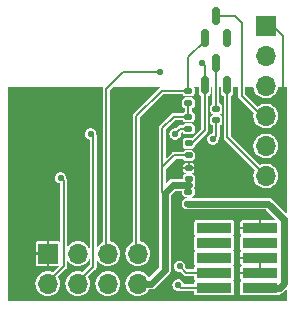
<source format=gbr>
%TF.GenerationSoftware,KiCad,Pcbnew,(6.0.7)*%
%TF.CreationDate,2022-09-08T10:14:31+02:00*%
%TF.ProjectId,esp8266_KiCAD,65737038-3236-4365-9f4b-694341442e6b,rev?*%
%TF.SameCoordinates,Original*%
%TF.FileFunction,Copper,L1,Top*%
%TF.FilePolarity,Positive*%
%FSLAX46Y46*%
G04 Gerber Fmt 4.6, Leading zero omitted, Abs format (unit mm)*
G04 Created by KiCad (PCBNEW (6.0.7)) date 2022-09-08 10:14:31*
%MOMM*%
%LPD*%
G01*
G04 APERTURE LIST*
G04 Aperture macros list*
%AMRoundRect*
0 Rectangle with rounded corners*
0 $1 Rounding radius*
0 $2 $3 $4 $5 $6 $7 $8 $9 X,Y pos of 4 corners*
0 Add a 4 corners polygon primitive as box body*
4,1,4,$2,$3,$4,$5,$6,$7,$8,$9,$2,$3,0*
0 Add four circle primitives for the rounded corners*
1,1,$1+$1,$2,$3*
1,1,$1+$1,$4,$5*
1,1,$1+$1,$6,$7*
1,1,$1+$1,$8,$9*
0 Add four rect primitives between the rounded corners*
20,1,$1+$1,$2,$3,$4,$5,0*
20,1,$1+$1,$4,$5,$6,$7,0*
20,1,$1+$1,$6,$7,$8,$9,0*
20,1,$1+$1,$8,$9,$2,$3,0*%
G04 Aperture macros list end*
%TA.AperFunction,SMDPad,CuDef*%
%ADD10R,3.000000X0.900000*%
%TD*%
%TA.AperFunction,ComponentPad*%
%ADD11R,1.700000X1.700000*%
%TD*%
%TA.AperFunction,ComponentPad*%
%ADD12O,1.700000X1.700000*%
%TD*%
%TA.AperFunction,SMDPad,CuDef*%
%ADD13RoundRect,0.135000X0.185000X-0.135000X0.185000X0.135000X-0.185000X0.135000X-0.185000X-0.135000X0*%
%TD*%
%TA.AperFunction,SMDPad,CuDef*%
%ADD14RoundRect,0.135000X-0.185000X0.135000X-0.185000X-0.135000X0.185000X-0.135000X0.185000X0.135000X0*%
%TD*%
%TA.AperFunction,SMDPad,CuDef*%
%ADD15RoundRect,0.150000X0.150000X-0.587500X0.150000X0.587500X-0.150000X0.587500X-0.150000X-0.587500X0*%
%TD*%
%TA.AperFunction,SMDPad,CuDef*%
%ADD16RoundRect,0.140000X0.170000X-0.140000X0.170000X0.140000X-0.170000X0.140000X-0.170000X-0.140000X0*%
%TD*%
%TA.AperFunction,ViaPad*%
%ADD17C,0.558800*%
%TD*%
%TA.AperFunction,Conductor*%
%ADD18C,0.200000*%
%TD*%
%TA.AperFunction,Conductor*%
%ADD19C,0.600000*%
%TD*%
G04 APERTURE END LIST*
D10*
%TO.P,J3,1,Pin_1*%
%TO.N,/TPWR*%
X91750000Y-53740000D03*
%TO.P,J3,2,Pin_2*%
%TO.N,/TMS*%
X87850000Y-53740000D03*
%TO.P,J3,3,Pin_3*%
%TO.N,GND*%
X91750000Y-52470000D03*
%TO.P,J3,4,Pin_4*%
%TO.N,/TCK*%
X87850000Y-52470000D03*
%TO.P,J3,5,Pin_5*%
%TO.N,GND*%
X91750000Y-51200000D03*
%TO.P,J3,6,Pin_6*%
%TO.N,/TDO*%
X87850000Y-51200000D03*
%TO.P,J3,7,Pin_7*%
%TO.N,unconnected-(J3-Pad7)*%
X91750000Y-49930000D03*
%TO.P,J3,8,Pin_8*%
%TO.N,/TDI*%
X87850000Y-49930000D03*
%TO.P,J3,9,Pin_9*%
%TO.N,GND*%
X91750000Y-48660000D03*
%TO.P,J3,10,Pin_10*%
%TO.N,/RST*%
X87850000Y-48660000D03*
%TD*%
D11*
%TO.P,U2,1,Pin_2*%
%TO.N,GND*%
X73775000Y-50840000D03*
D12*
%TO.P,U2,2,Pin_4*%
%TO.N,/TMS*%
X76315000Y-50840000D03*
%TO.P,U2,3,Pin_6*%
%TO.N,Net-(D2-Pad1)*%
X78855000Y-50840000D03*
%TO.P,U2,4,Pin_8*%
%TO.N,/TCK*%
X81395000Y-50840000D03*
%TO.P,U2,5,Pin_1*%
%TO.N,Net-(J1-Pad5)*%
X73775000Y-53380000D03*
%TO.P,U2,6,Pin_3*%
%TO.N,Net-(C2-Pad1)*%
X76315000Y-53380000D03*
%TO.P,U2,7,Pin_5*%
%TO.N,unconnected-(U2-Pad7)*%
X78855000Y-53380000D03*
%TO.P,U2,8,Pin_7*%
%TO.N,+3V3*%
X81395000Y-53380000D03*
%TD*%
D13*
%TO.P,R4,2*%
%TO.N,Net-(D2-Pad1)*%
X85700000Y-41515000D03*
%TO.P,R4,1*%
%TO.N,+3V3*%
X85700000Y-42535000D03*
%TD*%
D14*
%TO.P,R3,1*%
%TO.N,+3V3*%
X85675000Y-39265000D03*
%TO.P,R3,2*%
%TO.N,Net-(C2-Pad1)*%
X85675000Y-40285000D03*
%TD*%
D13*
%TO.P,R2,2*%
%TO.N,/TCK*%
X85675000Y-37065000D03*
%TO.P,R2,1*%
%TO.N,+3V3*%
X85675000Y-38085000D03*
%TD*%
D14*
%TO.P,R1,1*%
%TO.N,+3V3*%
X85675000Y-45590000D03*
%TO.P,R1,2*%
%TO.N,/TPWR*%
X85675000Y-46610000D03*
%TD*%
D11*
%TO.P,J1,1,Pin_1*%
%TO.N,GND*%
X92225000Y-31575000D03*
D12*
%TO.P,J1,2,Pin_2*%
%TO.N,unconnected-(J1-Pad2)*%
X92225000Y-34115000D03*
%TO.P,J1,3,Pin_3*%
%TO.N,unconnected-(J1-Pad3)*%
X92225000Y-36655000D03*
%TO.P,J1,4,Pin_4*%
%TO.N,Net-(D1-Pad3)*%
X92225000Y-39195000D03*
%TO.P,J1,5,Pin_5*%
%TO.N,Net-(J1-Pad5)*%
X92225000Y-41735000D03*
%TO.P,J1,6,Pin_6*%
%TO.N,Net-(D2-Pad2)*%
X92225000Y-44275000D03*
%TD*%
D15*
%TO.P,D2,1*%
%TO.N,Net-(D2-Pad1)*%
X87050000Y-36612500D03*
%TO.P,D2,2*%
%TO.N,Net-(D2-Pad2)*%
X88950000Y-36612500D03*
%TO.P,D2,3*%
%TO.N,Net-(C2-Pad2)*%
X88000000Y-34737500D03*
%TD*%
%TO.P,D1,1*%
%TO.N,/TCK*%
X87075000Y-32612500D03*
%TO.P,D1,2*%
%TO.N,unconnected-(D1-Pad2)*%
X88975000Y-32612500D03*
%TO.P,D1,3*%
%TO.N,Net-(D1-Pad3)*%
X88025000Y-30737500D03*
%TD*%
D16*
%TO.P,C2,1*%
%TO.N,Net-(C2-Pad1)*%
X88025000Y-39530000D03*
%TO.P,C2,2*%
%TO.N,Net-(C2-Pad2)*%
X88025000Y-38570000D03*
%TD*%
%TO.P,C1,1*%
%TO.N,+3V3*%
X85700000Y-44555000D03*
%TO.P,C1,2*%
%TO.N,GND*%
X85700000Y-43595000D03*
%TD*%
D17*
%TO.N,GND*%
X75125000Y-37600000D03*
X77500000Y-37525000D03*
X76400000Y-47000000D03*
X80275000Y-39025000D03*
X80075000Y-44100000D03*
X79825000Y-48150000D03*
X82400000Y-47900000D03*
X82425000Y-44850000D03*
X82600000Y-42750000D03*
X82800000Y-39075000D03*
X84225000Y-38125000D03*
X93675000Y-37075000D03*
X89800000Y-40100000D03*
X89850000Y-38200000D03*
X93650000Y-46425000D03*
X89575000Y-45700000D03*
X86550000Y-45700000D03*
X93700000Y-54500000D03*
X89825000Y-54575000D03*
X83900000Y-54300000D03*
X71350000Y-53600000D03*
X71300000Y-50650000D03*
X71300000Y-48300000D03*
X71300000Y-46150000D03*
X71300000Y-43500000D03*
X71225000Y-40950000D03*
X71150000Y-38575000D03*
X72325000Y-37450000D03*
%TO.N,Net-(D2-Pad1)*%
X86800000Y-34675000D03*
%TO.N,Net-(C2-Pad1)*%
X87750000Y-41150000D03*
X84550000Y-40725000D03*
%TO.N,/TMS*%
X84800000Y-53500000D03*
%TO.N,/TCK*%
X84925000Y-51925000D03*
%TO.N,Net-(D2-Pad1)*%
X83300000Y-35450000D03*
%TO.N,Net-(C2-Pad1)*%
X77400000Y-40700000D03*
%TO.N,Net-(J1-Pad5)*%
X74850000Y-44425000D03*
%TD*%
D18*
%TO.N,Net-(C2-Pad1)*%
X77600000Y-51970000D02*
X76190000Y-53380000D01*
X77600000Y-40900000D02*
X77600000Y-51970000D01*
X77400000Y-40700000D02*
X77600000Y-40900000D01*
%TO.N,Net-(J1-Pad5)*%
X75125000Y-44700000D02*
X74850000Y-44425000D01*
X75125000Y-51905000D02*
X75125000Y-44700000D01*
X73650000Y-53380000D02*
X75125000Y-51905000D01*
%TO.N,GND*%
X93675000Y-32425000D02*
X93675000Y-37075000D01*
X93650000Y-32400000D02*
X93675000Y-32425000D01*
X92225000Y-31575000D02*
X92825000Y-31575000D01*
X92825000Y-31575000D02*
X93650000Y-32400000D01*
D19*
%TO.N,/TPWR*%
X93385000Y-53740000D02*
X91750000Y-53740000D01*
X93775000Y-53350000D02*
X93385000Y-53740000D01*
X92435000Y-46610000D02*
X93775000Y-47950000D01*
X85675000Y-46610000D02*
X92435000Y-46610000D01*
X93775000Y-47950000D02*
X93775000Y-53350000D01*
D18*
%TO.N,Net-(D1-Pad3)*%
X91895000Y-39195000D02*
X92225000Y-39195000D01*
X90175000Y-31300000D02*
X90175000Y-37475000D01*
X89612500Y-30737500D02*
X90175000Y-31300000D01*
X88025000Y-30737500D02*
X89612500Y-30737500D01*
X90175000Y-37475000D02*
X91895000Y-39195000D01*
%TO.N,Net-(D2-Pad1)*%
X87050000Y-34925000D02*
X86800000Y-34675000D01*
X87050000Y-36612500D02*
X87050000Y-34925000D01*
%TO.N,+3V3*%
X84410000Y-39265000D02*
X83475000Y-40200000D01*
X85675000Y-39265000D02*
X84410000Y-39265000D01*
X83475000Y-40200000D02*
X83475000Y-43675000D01*
X83475000Y-43675000D02*
X83475000Y-45650000D01*
X83475000Y-43550000D02*
X83475000Y-43675000D01*
X83475000Y-45650000D02*
X83700000Y-45875000D01*
D19*
X83700000Y-45875000D02*
X83700000Y-45675000D01*
X83700000Y-52200000D02*
X83700000Y-45875000D01*
D18*
X84490000Y-42535000D02*
X83475000Y-43550000D01*
X85700000Y-42535000D02*
X84490000Y-42535000D01*
D19*
X83700000Y-45675000D02*
X84350000Y-45025000D01*
X83500000Y-52400000D02*
X83700000Y-52200000D01*
X82520000Y-53380000D02*
X83500000Y-52400000D01*
X84350000Y-45025000D02*
X85725000Y-45025000D01*
X81270000Y-53380000D02*
X82520000Y-53380000D01*
D18*
%TO.N,Net-(C2-Pad1)*%
X88025000Y-40875000D02*
X87750000Y-41150000D01*
X88025000Y-39530000D02*
X88025000Y-40875000D01*
%TO.N,Net-(D2-Pad1)*%
X85935000Y-41515000D02*
X87050000Y-40400000D01*
X85700000Y-41515000D02*
X85935000Y-41515000D01*
X87050000Y-40400000D02*
X87050000Y-36612500D01*
%TO.N,Net-(C2-Pad1)*%
X84990000Y-40285000D02*
X84550000Y-40725000D01*
X85675000Y-40285000D02*
X84990000Y-40285000D01*
%TO.N,+3V3*%
X85675000Y-38085000D02*
X85675000Y-39265000D01*
%TO.N,Net-(D2-Pad2)*%
X88950000Y-41000000D02*
X92225000Y-44275000D01*
X88950000Y-36612500D02*
X88950000Y-41000000D01*
%TO.N,Net-(C2-Pad2)*%
X88000000Y-38545000D02*
X88025000Y-38570000D01*
X88000000Y-34737500D02*
X88000000Y-38545000D01*
%TO.N,/TCK*%
X85675000Y-34237500D02*
X85675000Y-37065000D01*
X81270000Y-39205000D02*
X81270000Y-50840000D01*
X85675000Y-37065000D02*
X83410000Y-37065000D01*
X83410000Y-37065000D02*
X81270000Y-39205000D01*
X85470000Y-52470000D02*
X84925000Y-51925000D01*
X87850000Y-52470000D02*
X85470000Y-52470000D01*
%TO.N,/TMS*%
X85040000Y-53740000D02*
X84800000Y-53500000D01*
X87850000Y-53740000D02*
X85040000Y-53740000D01*
%TO.N,/TCK*%
X85675000Y-34237500D02*
X87075000Y-32837500D01*
%TO.N,Net-(D2-Pad1)*%
X80150000Y-35450000D02*
X83300000Y-35450000D01*
X78730000Y-36870000D02*
X80150000Y-35450000D01*
X78730000Y-50840000D02*
X78730000Y-36870000D01*
%TD*%
%TA.AperFunction,Conductor*%
%TO.N,GND*%
G36*
X93976025Y-36709240D02*
G01*
X93985100Y-36731052D01*
X93985100Y-47378048D01*
X93976094Y-47399792D01*
X93954350Y-47408798D01*
X93932606Y-47399792D01*
X92831003Y-46298189D01*
X92826744Y-46292858D01*
X92820070Y-46282280D01*
X92778208Y-46245309D01*
X92776820Y-46244006D01*
X92763494Y-46230680D01*
X92752248Y-46222251D01*
X92750342Y-46220699D01*
X92714253Y-46188826D01*
X92714252Y-46188825D01*
X92712612Y-46187377D01*
X92710632Y-46186448D01*
X92710627Y-46186444D01*
X92696999Y-46180045D01*
X92691627Y-46176818D01*
X92679575Y-46167786D01*
X92679574Y-46167785D01*
X92677824Y-46166474D01*
X92675777Y-46165707D01*
X92675776Y-46165706D01*
X92630685Y-46148802D01*
X92628412Y-46147844D01*
X92607925Y-46138226D01*
X92582837Y-46126447D01*
X92580672Y-46126110D01*
X92580669Y-46126109D01*
X92565796Y-46123794D01*
X92559731Y-46122203D01*
X92545632Y-46116917D01*
X92545630Y-46116917D01*
X92543580Y-46116148D01*
X92541396Y-46115986D01*
X92541393Y-46115985D01*
X92504680Y-46113257D01*
X92493370Y-46112417D01*
X92490926Y-46112136D01*
X92473991Y-46109500D01*
X92455250Y-46109500D01*
X92452971Y-46109415D01*
X92400608Y-46105524D01*
X92398463Y-46105982D01*
X92398461Y-46105982D01*
X92385158Y-46108822D01*
X92378739Y-46109500D01*
X85968003Y-46109500D01*
X85946259Y-46100494D01*
X85937253Y-46078750D01*
X85946259Y-46057006D01*
X85955007Y-46050881D01*
X86055404Y-46004065D01*
X86139065Y-45920404D01*
X86140199Y-45917971D01*
X86140201Y-45917969D01*
X86188073Y-45815307D01*
X86188073Y-45815306D01*
X86189068Y-45813173D01*
X86195500Y-45764316D01*
X86195500Y-45415684D01*
X86189068Y-45366827D01*
X86158966Y-45302274D01*
X86157939Y-45278762D01*
X86161031Y-45272554D01*
X86182824Y-45238933D01*
X86182825Y-45238931D01*
X86184015Y-45237095D01*
X86225093Y-45099739D01*
X86225969Y-44956376D01*
X86190307Y-44831597D01*
X86192004Y-44810153D01*
X86202978Y-44786619D01*
X86202978Y-44786618D01*
X86203972Y-44784487D01*
X86210500Y-44734901D01*
X86210499Y-44375100D01*
X86203972Y-44325513D01*
X86153224Y-44216684D01*
X86068316Y-44131776D01*
X86065882Y-44130641D01*
X86065879Y-44130639D01*
X85978522Y-44089904D01*
X85962621Y-44072552D01*
X85963648Y-44049040D01*
X85978522Y-44034166D01*
X86052193Y-43999813D01*
X86056527Y-43996779D01*
X86131779Y-43921527D01*
X86134813Y-43917193D01*
X86179928Y-43820443D01*
X86181229Y-43815980D01*
X86186869Y-43773137D01*
X86187000Y-43771141D01*
X86187000Y-43689617D01*
X86185208Y-43685292D01*
X86180883Y-43683500D01*
X85219117Y-43683500D01*
X85214792Y-43685292D01*
X85213000Y-43689617D01*
X85213000Y-43771141D01*
X85213131Y-43773137D01*
X85218771Y-43815980D01*
X85220072Y-43820443D01*
X85265187Y-43917193D01*
X85268221Y-43921527D01*
X85343473Y-43996779D01*
X85347807Y-43999813D01*
X85421478Y-44034166D01*
X85437379Y-44051518D01*
X85436352Y-44075030D01*
X85421478Y-44089904D01*
X85334121Y-44130639D01*
X85334118Y-44130641D01*
X85331684Y-44131776D01*
X85246776Y-44216684D01*
X85196028Y-44325513D01*
X85189500Y-44375099D01*
X85189500Y-44493750D01*
X85180494Y-44515494D01*
X85158750Y-44524500D01*
X84409541Y-44524500D01*
X84402755Y-44523742D01*
X84392688Y-44521464D01*
X84392687Y-44521464D01*
X84390553Y-44520981D01*
X84334787Y-44524441D01*
X84332883Y-44524500D01*
X84314060Y-44524500D01*
X84306219Y-44525623D01*
X84300171Y-44526489D01*
X84297716Y-44526741D01*
X84249647Y-44529723D01*
X84249644Y-44529724D01*
X84247462Y-44529859D01*
X84245401Y-44530603D01*
X84231237Y-44535716D01*
X84225155Y-44537232D01*
X84220517Y-44537896D01*
X84208082Y-44539677D01*
X84162239Y-44560521D01*
X84159975Y-44561442D01*
X84134570Y-44570614D01*
X84114676Y-44577795D01*
X84114675Y-44577796D01*
X84112613Y-44578540D01*
X84098680Y-44588719D01*
X84093282Y-44591873D01*
X84077572Y-44599016D01*
X84039414Y-44631895D01*
X84037504Y-44633411D01*
X84023664Y-44643522D01*
X84010406Y-44656780D01*
X84008735Y-44658330D01*
X83968963Y-44692600D01*
X83960505Y-44705650D01*
X83960371Y-44705856D01*
X83956311Y-44710875D01*
X83827994Y-44839192D01*
X83806250Y-44848198D01*
X83784506Y-44839192D01*
X83775500Y-44817448D01*
X83775500Y-43687209D01*
X83784506Y-43665465D01*
X83949588Y-43500383D01*
X85213000Y-43500383D01*
X85214792Y-43504708D01*
X85219117Y-43506500D01*
X85605383Y-43506500D01*
X85609708Y-43504708D01*
X85611500Y-43500383D01*
X85788500Y-43500383D01*
X85790292Y-43504708D01*
X85794617Y-43506500D01*
X86180883Y-43506500D01*
X86185208Y-43504708D01*
X86187000Y-43500383D01*
X86187000Y-43418859D01*
X86186869Y-43416863D01*
X86181229Y-43374020D01*
X86179928Y-43369557D01*
X86134813Y-43272807D01*
X86131779Y-43268473D01*
X86056527Y-43193221D01*
X86052193Y-43190187D01*
X85955443Y-43145072D01*
X85950980Y-43143771D01*
X85908137Y-43138131D01*
X85906141Y-43138000D01*
X85794617Y-43138000D01*
X85790292Y-43139792D01*
X85788500Y-43144117D01*
X85788500Y-43500383D01*
X85611500Y-43500383D01*
X85611500Y-43144117D01*
X85609708Y-43139792D01*
X85605383Y-43138000D01*
X85493859Y-43138000D01*
X85491863Y-43138131D01*
X85449020Y-43143771D01*
X85444557Y-43145072D01*
X85347807Y-43190187D01*
X85343473Y-43193221D01*
X85268221Y-43268473D01*
X85265187Y-43272807D01*
X85220072Y-43369557D01*
X85218771Y-43374020D01*
X85213131Y-43416863D01*
X85213000Y-43418859D01*
X85213000Y-43500383D01*
X83949588Y-43500383D01*
X84605465Y-42844506D01*
X84627209Y-42835500D01*
X85202400Y-42835500D01*
X85224144Y-42844506D01*
X85230269Y-42853254D01*
X85235935Y-42865404D01*
X85319596Y-42949065D01*
X85322029Y-42950199D01*
X85322031Y-42950201D01*
X85424693Y-42998073D01*
X85426827Y-42999068D01*
X85475684Y-43005500D01*
X85924316Y-43005500D01*
X85973173Y-42999068D01*
X85975307Y-42998073D01*
X86077969Y-42950201D01*
X86077971Y-42950199D01*
X86080404Y-42949065D01*
X86164065Y-42865404D01*
X86165199Y-42862971D01*
X86165201Y-42862969D01*
X86213073Y-42760307D01*
X86213073Y-42760306D01*
X86214068Y-42758173D01*
X86220500Y-42709316D01*
X86220500Y-42360684D01*
X86214068Y-42311827D01*
X86212532Y-42308532D01*
X86165201Y-42207031D01*
X86165199Y-42207029D01*
X86164065Y-42204596D01*
X86080404Y-42120935D01*
X86077971Y-42119801D01*
X86077969Y-42119799D01*
X85975307Y-42071927D01*
X85975306Y-42071927D01*
X85973173Y-42070932D01*
X85924316Y-42064500D01*
X85475684Y-42064500D01*
X85426827Y-42070932D01*
X85424694Y-42071927D01*
X85424693Y-42071927D01*
X85322031Y-42119799D01*
X85322029Y-42119801D01*
X85319596Y-42120935D01*
X85235935Y-42204596D01*
X85234800Y-42207029D01*
X85234799Y-42207031D01*
X85230269Y-42216746D01*
X85212916Y-42232646D01*
X85202400Y-42234500D01*
X84545397Y-42234500D01*
X84540194Y-42233631D01*
X84540153Y-42233911D01*
X84537339Y-42233496D01*
X84534658Y-42232575D01*
X84531825Y-42232681D01*
X84531823Y-42232681D01*
X84483960Y-42234478D01*
X84482807Y-42234500D01*
X84462052Y-42234500D01*
X84460664Y-42234758D01*
X84460658Y-42234759D01*
X84458886Y-42235089D01*
X84454412Y-42235587D01*
X84447316Y-42235853D01*
X84425630Y-42236667D01*
X84425628Y-42236668D01*
X84422792Y-42236774D01*
X84405233Y-42244318D01*
X84398732Y-42246292D01*
X84379947Y-42249791D01*
X84377528Y-42251282D01*
X84353010Y-42266395D01*
X84349012Y-42268472D01*
X84321930Y-42280107D01*
X84321926Y-42280109D01*
X84319937Y-42280964D01*
X84315051Y-42284977D01*
X84305035Y-42294993D01*
X84299430Y-42299423D01*
X84289839Y-42305335D01*
X84287433Y-42306818D01*
X84284652Y-42308532D01*
X84282932Y-42310794D01*
X84264196Y-42335434D01*
X84261463Y-42338566D01*
X83827994Y-42772035D01*
X83806250Y-42781041D01*
X83784506Y-42772035D01*
X83775500Y-42750291D01*
X83775500Y-40719077D01*
X84065201Y-40719077D01*
X84083025Y-40855382D01*
X84083907Y-40857386D01*
X84083907Y-40857387D01*
X84099735Y-40893359D01*
X84138389Y-40981205D01*
X84139794Y-40982877D01*
X84139795Y-40982878D01*
X84197837Y-41051927D01*
X84226842Y-41086433D01*
X84228669Y-41087649D01*
X84228671Y-41087651D01*
X84339446Y-41161389D01*
X84341273Y-41162605D01*
X84343365Y-41163259D01*
X84343366Y-41163259D01*
X84441846Y-41194026D01*
X84472484Y-41203598D01*
X84521303Y-41204493D01*
X84607737Y-41206077D01*
X84607738Y-41206077D01*
X84609926Y-41206117D01*
X84612038Y-41205541D01*
X84612040Y-41205541D01*
X84687527Y-41184961D01*
X84742551Y-41169960D01*
X84744413Y-41168817D01*
X84744417Y-41168815D01*
X84857834Y-41099176D01*
X84857835Y-41099176D01*
X84859697Y-41098032D01*
X84951946Y-40996116D01*
X85011884Y-40872406D01*
X85034690Y-40736846D01*
X85034835Y-40725000D01*
X85029516Y-40687860D01*
X85035350Y-40665061D01*
X85038212Y-40661759D01*
X85105465Y-40594506D01*
X85127209Y-40585500D01*
X85177400Y-40585500D01*
X85199144Y-40594506D01*
X85205269Y-40603254D01*
X85207587Y-40608224D01*
X85210935Y-40615404D01*
X85294596Y-40699065D01*
X85297029Y-40700199D01*
X85297031Y-40700201D01*
X85375617Y-40736846D01*
X85401827Y-40749068D01*
X85450684Y-40755500D01*
X85899316Y-40755500D01*
X85948173Y-40749068D01*
X85974383Y-40736846D01*
X86052969Y-40700201D01*
X86052971Y-40700199D01*
X86055404Y-40699065D01*
X86139065Y-40615404D01*
X86140199Y-40612971D01*
X86140201Y-40612969D01*
X86188073Y-40510307D01*
X86188073Y-40510306D01*
X86189068Y-40508173D01*
X86195500Y-40459316D01*
X86195500Y-40110684D01*
X86189068Y-40061827D01*
X86185601Y-40054392D01*
X86140201Y-39957031D01*
X86140199Y-39957029D01*
X86139065Y-39954596D01*
X86055404Y-39870935D01*
X86052971Y-39869801D01*
X86052969Y-39869799D01*
X85950307Y-39821927D01*
X85950306Y-39821927D01*
X85948173Y-39820932D01*
X85899316Y-39814500D01*
X85450684Y-39814500D01*
X85401827Y-39820932D01*
X85399694Y-39821927D01*
X85399693Y-39821927D01*
X85297031Y-39869799D01*
X85297029Y-39869801D01*
X85294596Y-39870935D01*
X85210935Y-39954596D01*
X85209800Y-39957029D01*
X85209799Y-39957031D01*
X85205269Y-39966746D01*
X85187916Y-39982646D01*
X85177400Y-39984500D01*
X85045397Y-39984500D01*
X85040194Y-39983631D01*
X85040153Y-39983911D01*
X85037339Y-39983496D01*
X85034658Y-39982575D01*
X85031825Y-39982681D01*
X85031823Y-39982681D01*
X84983960Y-39984478D01*
X84982807Y-39984500D01*
X84962052Y-39984500D01*
X84960664Y-39984758D01*
X84960658Y-39984759D01*
X84958886Y-39985089D01*
X84954412Y-39985587D01*
X84947316Y-39985853D01*
X84925630Y-39986667D01*
X84925628Y-39986668D01*
X84922792Y-39986774D01*
X84905233Y-39994318D01*
X84898732Y-39996292D01*
X84879947Y-39999791D01*
X84877528Y-40001282D01*
X84853010Y-40016395D01*
X84849012Y-40018472D01*
X84821931Y-40030107D01*
X84821929Y-40030108D01*
X84819937Y-40030964D01*
X84815051Y-40034978D01*
X84805039Y-40044990D01*
X84799431Y-40049422D01*
X84784652Y-40058532D01*
X84782935Y-40060790D01*
X84782934Y-40060791D01*
X84764190Y-40085441D01*
X84761457Y-40088572D01*
X84613726Y-40236303D01*
X84591795Y-40245308D01*
X84538470Y-40244982D01*
X84486396Y-40244664D01*
X84486393Y-40244664D01*
X84484200Y-40244651D01*
X84352027Y-40282426D01*
X84350178Y-40283593D01*
X84350175Y-40283594D01*
X84237621Y-40354611D01*
X84237619Y-40354613D01*
X84235769Y-40355780D01*
X84144771Y-40458815D01*
X84143838Y-40460801D01*
X84143838Y-40460802D01*
X84087280Y-40581266D01*
X84087279Y-40581269D01*
X84086350Y-40583248D01*
X84086013Y-40585410D01*
X84086013Y-40585411D01*
X84066145Y-40713017D01*
X84065201Y-40719077D01*
X83775500Y-40719077D01*
X83775500Y-40337209D01*
X83784506Y-40315465D01*
X84525465Y-39574506D01*
X84547209Y-39565500D01*
X85177400Y-39565500D01*
X85199144Y-39574506D01*
X85205269Y-39583254D01*
X85210935Y-39595404D01*
X85294596Y-39679065D01*
X85297029Y-39680199D01*
X85297031Y-39680201D01*
X85362857Y-39710896D01*
X85401827Y-39729068D01*
X85450684Y-39735500D01*
X85899316Y-39735500D01*
X85948173Y-39729068D01*
X85987143Y-39710896D01*
X86052969Y-39680201D01*
X86052971Y-39680199D01*
X86055404Y-39679065D01*
X86139065Y-39595404D01*
X86140199Y-39592971D01*
X86140201Y-39592969D01*
X86188073Y-39490307D01*
X86188073Y-39490306D01*
X86189068Y-39488173D01*
X86195500Y-39439316D01*
X86195500Y-39090684D01*
X86189068Y-39041827D01*
X86178165Y-39018446D01*
X86140201Y-38937031D01*
X86140199Y-38937029D01*
X86139065Y-38934596D01*
X86055404Y-38850935D01*
X85993254Y-38821954D01*
X85977354Y-38804602D01*
X85975500Y-38794085D01*
X85975500Y-38555915D01*
X85984506Y-38534171D01*
X85993254Y-38528046D01*
X86055404Y-38499065D01*
X86139065Y-38415404D01*
X86140199Y-38412971D01*
X86140201Y-38412969D01*
X86188073Y-38310307D01*
X86188073Y-38310306D01*
X86189068Y-38308173D01*
X86195500Y-38259316D01*
X86195500Y-37910684D01*
X86189068Y-37861827D01*
X86188073Y-37859693D01*
X86140201Y-37757031D01*
X86140199Y-37757029D01*
X86139065Y-37754596D01*
X86055404Y-37670935D01*
X86052971Y-37669801D01*
X86052969Y-37669799D01*
X85950307Y-37621927D01*
X85950306Y-37621927D01*
X85948173Y-37620932D01*
X85899316Y-37614500D01*
X85450684Y-37614500D01*
X85401827Y-37620932D01*
X85399694Y-37621927D01*
X85399693Y-37621927D01*
X85297031Y-37669799D01*
X85297029Y-37669801D01*
X85294596Y-37670935D01*
X85210935Y-37754596D01*
X85209801Y-37757029D01*
X85209799Y-37757031D01*
X85161927Y-37859693D01*
X85160932Y-37861827D01*
X85154500Y-37910684D01*
X85154500Y-38259316D01*
X85160932Y-38308173D01*
X85161927Y-38310306D01*
X85161927Y-38310307D01*
X85209799Y-38412969D01*
X85209801Y-38412971D01*
X85210935Y-38415404D01*
X85294596Y-38499065D01*
X85356746Y-38528046D01*
X85372646Y-38545398D01*
X85374500Y-38555915D01*
X85374500Y-38794085D01*
X85365494Y-38815829D01*
X85356747Y-38821954D01*
X85294596Y-38850935D01*
X85210935Y-38934596D01*
X85209800Y-38937029D01*
X85209799Y-38937031D01*
X85205269Y-38946746D01*
X85187916Y-38962646D01*
X85177400Y-38964500D01*
X84465398Y-38964500D01*
X84460193Y-38963631D01*
X84460152Y-38963911D01*
X84457345Y-38963497D01*
X84454658Y-38962574D01*
X84403945Y-38964478D01*
X84402791Y-38964500D01*
X84382052Y-38964500D01*
X84378883Y-38965090D01*
X84374417Y-38965587D01*
X84364809Y-38965947D01*
X84345630Y-38966667D01*
X84345628Y-38966668D01*
X84342792Y-38966774D01*
X84325233Y-38974318D01*
X84318732Y-38976292D01*
X84299947Y-38979791D01*
X84297531Y-38981280D01*
X84297529Y-38981281D01*
X84285763Y-38988534D01*
X84273004Y-38996399D01*
X84269015Y-38998471D01*
X84239938Y-39010964D01*
X84235051Y-39014977D01*
X84225035Y-39024993D01*
X84219430Y-39029423D01*
X84204652Y-39038532D01*
X84202932Y-39040794D01*
X84184196Y-39065434D01*
X84181463Y-39068566D01*
X83301685Y-39948344D01*
X83297391Y-39951409D01*
X83297560Y-39951637D01*
X83295284Y-39953327D01*
X83292731Y-39954575D01*
X83290801Y-39956655D01*
X83290799Y-39956657D01*
X83258222Y-39991776D01*
X83257422Y-39992607D01*
X83242752Y-40007277D01*
X83240929Y-40009933D01*
X83238121Y-40013444D01*
X83216599Y-40036646D01*
X83215546Y-40039284D01*
X83215546Y-40039285D01*
X83209519Y-40054392D01*
X83206317Y-40060389D01*
X83195508Y-40076146D01*
X83192947Y-40086939D01*
X83188202Y-40106934D01*
X83186845Y-40111226D01*
X83175117Y-40140622D01*
X83174500Y-40146915D01*
X83174500Y-40161073D01*
X83173669Y-40168172D01*
X83169660Y-40185066D01*
X83170043Y-40187878D01*
X83174219Y-40218565D01*
X83174500Y-40222712D01*
X83174500Y-43511073D01*
X83173669Y-43518172D01*
X83169660Y-43535066D01*
X83170043Y-43537878D01*
X83174219Y-43568565D01*
X83174500Y-43572712D01*
X83174500Y-45594603D01*
X83173631Y-45599806D01*
X83173911Y-45599847D01*
X83173496Y-45602661D01*
X83172575Y-45605342D01*
X83172681Y-45608175D01*
X83172681Y-45608177D01*
X83174478Y-45656040D01*
X83174500Y-45657193D01*
X83174500Y-45677948D01*
X83174758Y-45679336D01*
X83174759Y-45679342D01*
X83175089Y-45681114D01*
X83175587Y-45685588D01*
X83176774Y-45717208D01*
X83184318Y-45734767D01*
X83186292Y-45741268D01*
X83189791Y-45760053D01*
X83191282Y-45762472D01*
X83194926Y-45768384D01*
X83199500Y-45784520D01*
X83199500Y-51979948D01*
X83190494Y-52001692D01*
X82345994Y-52846192D01*
X82324250Y-52855198D01*
X82302506Y-52846192D01*
X82297101Y-52838886D01*
X82274218Y-52795849D01*
X82197067Y-52701253D01*
X82144961Y-52637364D01*
X82144957Y-52637360D01*
X82144011Y-52636200D01*
X82130324Y-52624877D01*
X81986437Y-52505843D01*
X81986435Y-52505842D01*
X81985275Y-52504882D01*
X81804055Y-52406897D01*
X81607254Y-52345977D01*
X81402369Y-52324443D01*
X81400874Y-52324579D01*
X81400872Y-52324579D01*
X81198705Y-52342977D01*
X81198702Y-52342978D01*
X81197203Y-52343114D01*
X80999572Y-52401280D01*
X80998243Y-52401975D01*
X80998240Y-52401976D01*
X80920106Y-52442824D01*
X80817002Y-52496726D01*
X80815837Y-52497663D01*
X80815835Y-52497664D01*
X80657613Y-52624877D01*
X80657610Y-52624880D01*
X80656447Y-52625815D01*
X80655487Y-52626959D01*
X80655485Y-52626961D01*
X80571987Y-52726470D01*
X80524024Y-52783630D01*
X80523299Y-52784949D01*
X80440302Y-52935921D01*
X80424776Y-52964162D01*
X80362484Y-53160532D01*
X80339520Y-53365262D01*
X80356759Y-53570553D01*
X80357173Y-53571996D01*
X80410474Y-53757878D01*
X80413544Y-53768586D01*
X80507712Y-53951818D01*
X80508646Y-53952996D01*
X80508647Y-53952998D01*
X80634745Y-54112095D01*
X80634749Y-54112099D01*
X80635677Y-54113270D01*
X80636819Y-54114242D01*
X80670949Y-54143289D01*
X80792564Y-54246791D01*
X80793870Y-54247521D01*
X80793873Y-54247523D01*
X80971084Y-54346563D01*
X80971087Y-54346564D01*
X80972398Y-54347297D01*
X81168329Y-54410959D01*
X81258255Y-54421682D01*
X81371405Y-54435174D01*
X81371411Y-54435174D01*
X81372894Y-54435351D01*
X81374389Y-54435236D01*
X81374392Y-54435236D01*
X81576796Y-54419662D01*
X81576799Y-54419662D01*
X81578300Y-54419546D01*
X81579748Y-54419142D01*
X81579752Y-54419141D01*
X81694046Y-54387229D01*
X81776725Y-54364145D01*
X81960610Y-54271258D01*
X82122951Y-54144424D01*
X82142758Y-54121478D01*
X82242883Y-54005480D01*
X82257564Y-53988472D01*
X82278387Y-53951818D01*
X82310061Y-53896061D01*
X82328632Y-53881604D01*
X82336798Y-53880500D01*
X82460459Y-53880500D01*
X82467245Y-53881258D01*
X82479447Y-53884019D01*
X82535213Y-53880559D01*
X82537117Y-53880500D01*
X82555940Y-53880500D01*
X82566154Y-53879037D01*
X82569829Y-53878511D01*
X82572284Y-53878259D01*
X82620353Y-53875277D01*
X82620356Y-53875276D01*
X82622538Y-53875141D01*
X82624599Y-53874397D01*
X82638763Y-53869284D01*
X82644845Y-53867768D01*
X82649483Y-53867104D01*
X82661918Y-53865323D01*
X82707761Y-53844479D01*
X82710025Y-53843558D01*
X82735430Y-53834386D01*
X82755324Y-53827205D01*
X82755325Y-53827204D01*
X82757387Y-53826460D01*
X82771320Y-53816281D01*
X82776718Y-53813127D01*
X82792428Y-53805984D01*
X82830586Y-53773105D01*
X82832496Y-53771589D01*
X82846336Y-53761478D01*
X82859594Y-53748220D01*
X82861266Y-53746669D01*
X82899374Y-53713833D01*
X82901037Y-53712400D01*
X82909629Y-53699143D01*
X82913689Y-53694125D01*
X83113737Y-53494077D01*
X84315201Y-53494077D01*
X84333025Y-53630382D01*
X84333907Y-53632386D01*
X84333907Y-53632387D01*
X84369114Y-53712400D01*
X84388389Y-53756205D01*
X84389794Y-53757877D01*
X84389795Y-53757878D01*
X84436233Y-53813123D01*
X84476842Y-53861433D01*
X84478669Y-53862649D01*
X84478671Y-53862651D01*
X84567758Y-53921952D01*
X84591273Y-53937605D01*
X84722484Y-53978598D01*
X84757306Y-53979236D01*
X84846234Y-53980866D01*
X84866584Y-53989067D01*
X84876646Y-53998401D01*
X84879283Y-53999453D01*
X84894390Y-54005480D01*
X84900389Y-54008684D01*
X84913803Y-54017885D01*
X84916146Y-54019492D01*
X84946936Y-54026799D01*
X84951226Y-54028155D01*
X84980622Y-54039883D01*
X84984190Y-54040233D01*
X84986168Y-54040427D01*
X84986173Y-54040427D01*
X84986915Y-54040500D01*
X85001073Y-54040500D01*
X85008173Y-54041331D01*
X85022305Y-54044685D01*
X85022306Y-54044685D01*
X85025066Y-54045340D01*
X85058565Y-54040781D01*
X85062712Y-54040500D01*
X86118750Y-54040500D01*
X86140494Y-54049506D01*
X86149500Y-54071250D01*
X86149500Y-54209748D01*
X86149795Y-54211230D01*
X86149795Y-54211232D01*
X86156675Y-54245819D01*
X86161133Y-54268231D01*
X86205448Y-54334552D01*
X86271769Y-54378867D01*
X86274740Y-54379458D01*
X86328768Y-54390205D01*
X86328770Y-54390205D01*
X86330252Y-54390500D01*
X89369748Y-54390500D01*
X89371230Y-54390205D01*
X89371232Y-54390205D01*
X89425260Y-54379458D01*
X89428231Y-54378867D01*
X89494552Y-54334552D01*
X89538867Y-54268231D01*
X89543325Y-54245819D01*
X89550205Y-54211232D01*
X89550205Y-54211230D01*
X89550500Y-54209748D01*
X89550500Y-53270252D01*
X89543911Y-53237124D01*
X89539458Y-53214740D01*
X89538867Y-53211769D01*
X89494552Y-53145448D01*
X89476601Y-53133453D01*
X89472283Y-53130568D01*
X89459208Y-53110999D01*
X89463799Y-53087916D01*
X89472283Y-53079432D01*
X89492032Y-53066236D01*
X89492033Y-53066235D01*
X89494552Y-53064552D01*
X89538867Y-52998231D01*
X89550500Y-52939748D01*
X89550500Y-52375383D01*
X90073000Y-52375383D01*
X90074792Y-52379708D01*
X90079117Y-52381500D01*
X91655383Y-52381500D01*
X91659708Y-52379708D01*
X91661500Y-52375383D01*
X91661500Y-51849118D01*
X91660527Y-51846769D01*
X91660527Y-51823234D01*
X91661500Y-51820885D01*
X91661500Y-51294617D01*
X91659708Y-51290292D01*
X91655383Y-51288500D01*
X90079118Y-51288500D01*
X90074793Y-51290292D01*
X90073001Y-51294617D01*
X90073001Y-51665921D01*
X90073296Y-51668920D01*
X90082678Y-51716092D01*
X90084950Y-51721578D01*
X90120707Y-51775091D01*
X90124910Y-51779294D01*
X90170014Y-51809432D01*
X90183089Y-51829001D01*
X90178498Y-51852084D01*
X90170014Y-51860568D01*
X90124910Y-51890706D01*
X90120707Y-51894909D01*
X90084951Y-51948421D01*
X90082678Y-51953909D01*
X90073295Y-52001081D01*
X90073000Y-52004078D01*
X90073000Y-52375383D01*
X89550500Y-52375383D01*
X89550500Y-52000252D01*
X89542113Y-51958085D01*
X89539458Y-51944740D01*
X89538867Y-51941769D01*
X89502405Y-51887200D01*
X89496236Y-51877968D01*
X89494552Y-51875448D01*
X89487140Y-51870495D01*
X89472283Y-51860568D01*
X89459208Y-51840999D01*
X89463799Y-51817916D01*
X89472283Y-51809432D01*
X89492032Y-51796236D01*
X89492033Y-51796235D01*
X89494552Y-51794552D01*
X89538867Y-51728231D01*
X89550500Y-51669748D01*
X89550500Y-50730252D01*
X89538867Y-50671769D01*
X89494552Y-50605448D01*
X89472283Y-50590568D01*
X89459208Y-50570999D01*
X89463799Y-50547916D01*
X89472283Y-50539432D01*
X89492032Y-50526236D01*
X89492033Y-50526235D01*
X89494552Y-50524552D01*
X89538867Y-50458231D01*
X89550500Y-50399748D01*
X89550500Y-49460252D01*
X89538867Y-49401769D01*
X89494552Y-49335448D01*
X89472283Y-49320568D01*
X89459208Y-49300999D01*
X89463799Y-49277916D01*
X89472283Y-49269432D01*
X89492032Y-49256236D01*
X89492033Y-49256235D01*
X89494552Y-49254552D01*
X89538867Y-49188231D01*
X89550500Y-49129748D01*
X89550500Y-48565383D01*
X90073000Y-48565383D01*
X90074792Y-48569708D01*
X90079117Y-48571500D01*
X91655383Y-48571500D01*
X91659708Y-48569708D01*
X91661500Y-48565383D01*
X91661500Y-48039118D01*
X91659708Y-48034793D01*
X91655383Y-48033001D01*
X90234079Y-48033001D01*
X90231080Y-48033296D01*
X90183908Y-48042678D01*
X90178422Y-48044950D01*
X90124909Y-48080707D01*
X90120707Y-48084909D01*
X90084951Y-48138421D01*
X90082678Y-48143909D01*
X90073295Y-48191081D01*
X90073000Y-48194078D01*
X90073000Y-48565383D01*
X89550500Y-48565383D01*
X89550500Y-48190252D01*
X89538867Y-48131769D01*
X89494552Y-48065448D01*
X89428231Y-48021133D01*
X89425260Y-48020542D01*
X89371232Y-48009795D01*
X89371230Y-48009795D01*
X89369748Y-48009500D01*
X86330252Y-48009500D01*
X86328770Y-48009795D01*
X86328768Y-48009795D01*
X86274740Y-48020542D01*
X86271769Y-48021133D01*
X86205448Y-48065448D01*
X86161133Y-48131769D01*
X86149500Y-48190252D01*
X86149500Y-49129748D01*
X86161133Y-49188231D01*
X86205448Y-49254552D01*
X86207967Y-49256235D01*
X86207968Y-49256236D01*
X86227717Y-49269432D01*
X86240792Y-49289001D01*
X86236201Y-49312084D01*
X86227717Y-49320568D01*
X86205448Y-49335448D01*
X86161133Y-49401769D01*
X86149500Y-49460252D01*
X86149500Y-50399748D01*
X86161133Y-50458231D01*
X86205448Y-50524552D01*
X86207967Y-50526235D01*
X86207968Y-50526236D01*
X86227717Y-50539432D01*
X86240792Y-50559001D01*
X86236201Y-50582084D01*
X86227717Y-50590568D01*
X86205448Y-50605448D01*
X86161133Y-50671769D01*
X86149500Y-50730252D01*
X86149500Y-51669748D01*
X86161133Y-51728231D01*
X86205448Y-51794552D01*
X86207967Y-51796235D01*
X86207968Y-51796236D01*
X86227717Y-51809432D01*
X86240792Y-51829001D01*
X86236201Y-51852084D01*
X86227717Y-51860568D01*
X86212861Y-51870495D01*
X86205448Y-51875448D01*
X86203764Y-51877968D01*
X86197595Y-51887200D01*
X86161133Y-51941769D01*
X86160542Y-51944740D01*
X86157888Y-51958085D01*
X86149500Y-52000252D01*
X86149500Y-52138750D01*
X86140494Y-52160494D01*
X86118750Y-52169500D01*
X85607209Y-52169500D01*
X85585465Y-52160494D01*
X85414006Y-51989035D01*
X85405000Y-51967291D01*
X85405426Y-51962189D01*
X85405991Y-51958832D01*
X85409690Y-51936846D01*
X85409835Y-51925000D01*
X85409299Y-51921253D01*
X85390658Y-51791096D01*
X85390347Y-51788923D01*
X85333450Y-51663785D01*
X85243719Y-51559646D01*
X85241881Y-51558454D01*
X85241879Y-51558453D01*
X85130203Y-51486069D01*
X85130201Y-51486068D01*
X85128365Y-51484878D01*
X85054233Y-51462707D01*
X84998764Y-51446118D01*
X84998762Y-51446118D01*
X84996663Y-51445490D01*
X84928439Y-51445074D01*
X84861396Y-51444664D01*
X84861393Y-51444664D01*
X84859200Y-51444651D01*
X84857090Y-51445254D01*
X84741709Y-51478230D01*
X84727027Y-51482426D01*
X84725178Y-51483593D01*
X84725175Y-51483594D01*
X84612621Y-51554611D01*
X84612619Y-51554613D01*
X84610769Y-51555780D01*
X84519771Y-51658815D01*
X84518838Y-51660801D01*
X84518838Y-51660802D01*
X84462280Y-51781266D01*
X84462279Y-51781269D01*
X84461350Y-51783248D01*
X84461013Y-51785410D01*
X84461013Y-51785411D01*
X84440845Y-51914942D01*
X84440201Y-51919077D01*
X84458025Y-52055382D01*
X84458907Y-52057386D01*
X84458907Y-52057387D01*
X84463733Y-52068354D01*
X84513389Y-52181205D01*
X84514794Y-52182877D01*
X84514795Y-52182878D01*
X84561963Y-52238991D01*
X84601842Y-52286433D01*
X84603669Y-52287649D01*
X84603671Y-52287651D01*
X84694087Y-52347837D01*
X84716273Y-52362605D01*
X84718365Y-52363259D01*
X84718366Y-52363259D01*
X84842292Y-52401976D01*
X84847484Y-52403598D01*
X84867123Y-52403958D01*
X84968669Y-52405819D01*
X84989850Y-52414821D01*
X85104292Y-52529264D01*
X85218344Y-52643316D01*
X85221409Y-52647609D01*
X85221637Y-52647440D01*
X85223327Y-52649716D01*
X85224575Y-52652269D01*
X85226655Y-52654199D01*
X85226657Y-52654201D01*
X85261763Y-52686766D01*
X85262594Y-52687566D01*
X85277276Y-52702248D01*
X85279934Y-52704071D01*
X85283449Y-52706882D01*
X85306646Y-52728401D01*
X85309283Y-52729453D01*
X85324390Y-52735480D01*
X85330389Y-52738684D01*
X85343803Y-52747885D01*
X85346146Y-52749492D01*
X85376936Y-52756799D01*
X85381226Y-52758155D01*
X85410622Y-52769883D01*
X85414190Y-52770233D01*
X85416168Y-52770427D01*
X85416173Y-52770427D01*
X85416915Y-52770500D01*
X85431073Y-52770500D01*
X85438173Y-52771331D01*
X85452305Y-52774685D01*
X85452306Y-52774685D01*
X85455066Y-52775340D01*
X85488565Y-52770781D01*
X85492712Y-52770500D01*
X86118750Y-52770500D01*
X86140494Y-52779506D01*
X86149500Y-52801250D01*
X86149500Y-52939748D01*
X86161133Y-52998231D01*
X86205448Y-53064552D01*
X86207967Y-53066235D01*
X86207968Y-53066236D01*
X86227717Y-53079432D01*
X86240792Y-53099001D01*
X86236201Y-53122084D01*
X86227717Y-53130568D01*
X86223400Y-53133453D01*
X86205448Y-53145448D01*
X86161133Y-53211769D01*
X86160542Y-53214740D01*
X86156090Y-53237124D01*
X86149500Y-53270252D01*
X86149500Y-53408750D01*
X86140494Y-53430494D01*
X86118750Y-53439500D01*
X85302830Y-53439500D01*
X85281086Y-53430494D01*
X85272391Y-53413109D01*
X85271871Y-53409474D01*
X85265347Y-53363923D01*
X85208450Y-53238785D01*
X85118719Y-53134646D01*
X85116881Y-53133454D01*
X85116879Y-53133453D01*
X85005203Y-53061069D01*
X85005201Y-53061068D01*
X85003365Y-53059878D01*
X84929233Y-53037707D01*
X84873764Y-53021118D01*
X84873762Y-53021118D01*
X84871663Y-53020490D01*
X84803439Y-53020074D01*
X84736396Y-53019664D01*
X84736393Y-53019664D01*
X84734200Y-53019651D01*
X84732090Y-53020254D01*
X84645187Y-53045091D01*
X84602027Y-53057426D01*
X84600178Y-53058593D01*
X84600175Y-53058594D01*
X84487621Y-53129611D01*
X84487619Y-53129613D01*
X84485769Y-53130780D01*
X84394771Y-53233815D01*
X84393838Y-53235801D01*
X84393838Y-53235802D01*
X84337280Y-53356266D01*
X84337279Y-53356269D01*
X84336350Y-53358248D01*
X84336013Y-53360410D01*
X84336013Y-53360411D01*
X84323699Y-53439500D01*
X84315201Y-53494077D01*
X83113737Y-53494077D01*
X84011811Y-52596003D01*
X84017142Y-52591744D01*
X84027720Y-52585070D01*
X84064691Y-52543208D01*
X84065994Y-52541820D01*
X84079321Y-52528493D01*
X84087748Y-52517249D01*
X84089302Y-52515341D01*
X84122623Y-52477612D01*
X84129954Y-52461999D01*
X84133181Y-52456630D01*
X84142212Y-52444580D01*
X84142215Y-52444575D01*
X84143527Y-52442824D01*
X84144294Y-52440777D01*
X84144296Y-52440774D01*
X84161199Y-52395684D01*
X84162157Y-52393410D01*
X84182620Y-52349824D01*
X84183553Y-52347837D01*
X84186207Y-52330793D01*
X84187798Y-52324730D01*
X84189702Y-52319650D01*
X84193852Y-52308580D01*
X84195408Y-52287651D01*
X84197583Y-52258374D01*
X84197864Y-52255923D01*
X84200318Y-52240160D01*
X84200500Y-52238991D01*
X84200500Y-52220250D01*
X84200585Y-52217971D01*
X84203317Y-52181205D01*
X84204476Y-52165608D01*
X84203385Y-52160494D01*
X84201178Y-52150158D01*
X84200500Y-52143739D01*
X84200500Y-45895052D01*
X84209506Y-45873308D01*
X84548307Y-45534506D01*
X84570051Y-45525500D01*
X85123750Y-45525500D01*
X85145494Y-45534506D01*
X85154500Y-45556250D01*
X85154500Y-45764316D01*
X85160932Y-45813173D01*
X85161927Y-45815306D01*
X85161927Y-45815307D01*
X85209799Y-45917969D01*
X85209801Y-45917971D01*
X85210935Y-45920404D01*
X85294596Y-46004065D01*
X85297029Y-46005199D01*
X85297031Y-46005201D01*
X85399693Y-46053073D01*
X85401827Y-46054068D01*
X85450684Y-46060500D01*
X85549588Y-46060500D01*
X85571332Y-46069506D01*
X85580338Y-46091250D01*
X85571332Y-46112994D01*
X85553947Y-46121689D01*
X85535252Y-46124366D01*
X85535250Y-46124366D01*
X85533082Y-46124677D01*
X85531088Y-46125583D01*
X85531083Y-46125585D01*
X85506544Y-46136742D01*
X85493817Y-46139500D01*
X85450684Y-46139500D01*
X85401827Y-46145932D01*
X85399694Y-46146927D01*
X85399693Y-46146927D01*
X85297031Y-46194799D01*
X85297029Y-46194801D01*
X85294596Y-46195935D01*
X85210935Y-46279596D01*
X85209801Y-46282029D01*
X85209799Y-46282031D01*
X85161927Y-46384693D01*
X85160932Y-46386827D01*
X85154500Y-46435684D01*
X85154500Y-46784316D01*
X85160932Y-46833173D01*
X85161927Y-46835306D01*
X85161927Y-46835307D01*
X85209799Y-46937969D01*
X85209801Y-46937971D01*
X85210935Y-46940404D01*
X85294596Y-47024065D01*
X85297029Y-47025199D01*
X85297031Y-47025201D01*
X85399693Y-47073073D01*
X85401827Y-47074068D01*
X85450684Y-47080500D01*
X85492502Y-47080500D01*
X85505569Y-47083414D01*
X85527163Y-47093553D01*
X85529322Y-47093889D01*
X85529325Y-47093890D01*
X85605740Y-47105787D01*
X85636009Y-47110500D01*
X92214948Y-47110500D01*
X92236692Y-47119506D01*
X93097692Y-47980506D01*
X93106698Y-48002250D01*
X93097692Y-48023994D01*
X93075948Y-48033000D01*
X91844617Y-48033000D01*
X91840292Y-48034792D01*
X91838500Y-48039117D01*
X91838500Y-48717750D01*
X91829494Y-48739494D01*
X91807750Y-48748500D01*
X90079118Y-48748500D01*
X90074793Y-48750292D01*
X90073001Y-48754617D01*
X90073001Y-49125921D01*
X90073296Y-49128920D01*
X90082678Y-49176092D01*
X90084950Y-49181578D01*
X90120707Y-49235091D01*
X90124910Y-49239294D01*
X90148866Y-49255301D01*
X90161941Y-49274870D01*
X90157350Y-49297953D01*
X90148867Y-49306436D01*
X90105448Y-49335448D01*
X90061133Y-49401769D01*
X90049500Y-49460252D01*
X90049500Y-50399748D01*
X90061133Y-50458231D01*
X90105448Y-50524552D01*
X90148867Y-50553564D01*
X90161941Y-50573132D01*
X90157350Y-50596215D01*
X90148866Y-50604699D01*
X90124910Y-50620706D01*
X90120707Y-50624909D01*
X90084951Y-50678421D01*
X90082678Y-50683909D01*
X90073295Y-50731081D01*
X90073000Y-50734078D01*
X90073000Y-51105383D01*
X90074792Y-51109708D01*
X90079117Y-51111500D01*
X91807750Y-51111500D01*
X91829494Y-51120506D01*
X91838500Y-51142250D01*
X91838500Y-51820882D01*
X91839473Y-51823231D01*
X91839473Y-51846766D01*
X91838500Y-51849115D01*
X91838500Y-52527750D01*
X91829494Y-52549494D01*
X91807750Y-52558500D01*
X90079118Y-52558500D01*
X90074793Y-52560292D01*
X90073001Y-52564617D01*
X90073001Y-52935921D01*
X90073296Y-52938920D01*
X90082678Y-52986092D01*
X90084950Y-52991578D01*
X90120707Y-53045091D01*
X90124910Y-53049294D01*
X90148866Y-53065301D01*
X90161941Y-53084870D01*
X90157350Y-53107953D01*
X90148867Y-53116436D01*
X90105448Y-53145448D01*
X90061133Y-53211769D01*
X90060542Y-53214740D01*
X90056090Y-53237124D01*
X90049500Y-53270252D01*
X90049500Y-54209748D01*
X90049795Y-54211230D01*
X90049795Y-54211232D01*
X90056675Y-54245819D01*
X90061133Y-54268231D01*
X90105448Y-54334552D01*
X90171769Y-54378867D01*
X90174740Y-54379458D01*
X90228768Y-54390205D01*
X90228770Y-54390205D01*
X90230252Y-54390500D01*
X93269748Y-54390500D01*
X93271230Y-54390205D01*
X93271232Y-54390205D01*
X93325260Y-54379458D01*
X93328231Y-54378867D01*
X93394552Y-54334552D01*
X93438867Y-54268231D01*
X93440303Y-54261012D01*
X93453378Y-54241443D01*
X93468557Y-54236319D01*
X93485353Y-54235277D01*
X93485356Y-54235276D01*
X93487538Y-54235141D01*
X93489599Y-54234397D01*
X93503763Y-54229284D01*
X93509845Y-54227768D01*
X93514483Y-54227104D01*
X93526918Y-54225323D01*
X93572761Y-54204479D01*
X93575025Y-54203558D01*
X93600430Y-54194386D01*
X93620324Y-54187205D01*
X93620325Y-54187204D01*
X93622387Y-54186460D01*
X93636320Y-54176281D01*
X93641718Y-54173127D01*
X93657428Y-54165984D01*
X93695586Y-54133105D01*
X93697496Y-54131589D01*
X93711336Y-54121478D01*
X93724594Y-54108220D01*
X93726266Y-54106669D01*
X93764374Y-54073833D01*
X93766037Y-54072400D01*
X93774629Y-54059143D01*
X93778689Y-54054125D01*
X93932606Y-53900208D01*
X93954350Y-53891202D01*
X93976094Y-53900208D01*
X93985100Y-53921952D01*
X93985100Y-54866350D01*
X93976094Y-54888094D01*
X93954350Y-54897100D01*
X70445650Y-54897100D01*
X70423906Y-54888094D01*
X70414900Y-54866350D01*
X70414900Y-51705921D01*
X72748001Y-51705921D01*
X72748296Y-51708920D01*
X72757678Y-51756092D01*
X72759950Y-51761578D01*
X72795707Y-51815091D01*
X72799909Y-51819293D01*
X72853421Y-51855049D01*
X72858909Y-51857322D01*
X72906081Y-51866705D01*
X72909078Y-51867000D01*
X73680383Y-51867000D01*
X73684708Y-51865208D01*
X73686500Y-51860883D01*
X73686500Y-50934617D01*
X73684708Y-50930292D01*
X73680383Y-50928500D01*
X72754118Y-50928500D01*
X72749793Y-50930292D01*
X72748001Y-50934617D01*
X72748001Y-51705921D01*
X70414900Y-51705921D01*
X70414900Y-50745383D01*
X72748000Y-50745383D01*
X72749792Y-50749708D01*
X72754117Y-50751500D01*
X73680383Y-50751500D01*
X73684708Y-50749708D01*
X73686500Y-50745383D01*
X73686500Y-49819118D01*
X73684708Y-49814793D01*
X73680383Y-49813001D01*
X72909079Y-49813001D01*
X72906080Y-49813296D01*
X72858908Y-49822678D01*
X72853422Y-49824950D01*
X72799909Y-49860707D01*
X72795707Y-49864909D01*
X72759951Y-49918421D01*
X72757678Y-49923909D01*
X72748295Y-49971081D01*
X72748000Y-49974078D01*
X72748000Y-50745383D01*
X70414900Y-50745383D01*
X70414900Y-36805212D01*
X70423906Y-36783468D01*
X70445553Y-36774462D01*
X70864687Y-36773140D01*
X78409095Y-36749340D01*
X78430866Y-36758278D01*
X78439941Y-36779993D01*
X78437752Y-36791485D01*
X78430117Y-36810622D01*
X78429500Y-36816915D01*
X78429500Y-36831073D01*
X78428669Y-36838173D01*
X78426918Y-36845553D01*
X78424660Y-36855066D01*
X78425043Y-36857878D01*
X78429219Y-36888565D01*
X78429500Y-36892712D01*
X78429500Y-49858378D01*
X78420494Y-49880122D01*
X78412999Y-49885628D01*
X78277002Y-49956726D01*
X78275837Y-49957663D01*
X78275835Y-49957664D01*
X78117613Y-50084877D01*
X78117610Y-50084880D01*
X78116447Y-50085815D01*
X78115487Y-50086959D01*
X78115485Y-50086961D01*
X78034143Y-50183901D01*
X77984024Y-50243630D01*
X77983299Y-50244949D01*
X77958196Y-50290611D01*
X77939829Y-50305326D01*
X77916436Y-50302743D01*
X77901721Y-50284376D01*
X77900500Y-50275797D01*
X77900500Y-40955398D01*
X77901369Y-40950193D01*
X77901089Y-40950152D01*
X77901503Y-40947345D01*
X77902426Y-40944658D01*
X77900522Y-40893945D01*
X77900500Y-40892791D01*
X77900500Y-40872052D01*
X77899910Y-40868883D01*
X77899413Y-40864414D01*
X77898333Y-40835630D01*
X77898332Y-40835628D01*
X77898226Y-40832792D01*
X77890682Y-40815233D01*
X77888707Y-40808730D01*
X77885729Y-40792738D01*
X77885729Y-40792737D01*
X77885209Y-40789947D01*
X77880544Y-40782379D01*
X77876397Y-40761143D01*
X77884493Y-40713017D01*
X77884690Y-40711846D01*
X77884752Y-40706824D01*
X77884766Y-40705614D01*
X77884835Y-40700000D01*
X77884546Y-40697977D01*
X77869614Y-40593719D01*
X77865347Y-40563923D01*
X77808450Y-40438785D01*
X77718719Y-40334646D01*
X77716881Y-40333454D01*
X77716879Y-40333453D01*
X77605203Y-40261069D01*
X77605201Y-40261068D01*
X77603365Y-40259878D01*
X77490542Y-40226136D01*
X77473764Y-40221118D01*
X77473762Y-40221118D01*
X77471663Y-40220490D01*
X77403439Y-40220074D01*
X77336396Y-40219664D01*
X77336393Y-40219664D01*
X77334200Y-40219651D01*
X77332090Y-40220254D01*
X77246681Y-40244664D01*
X77202027Y-40257426D01*
X77200178Y-40258593D01*
X77200175Y-40258594D01*
X77087621Y-40329611D01*
X77087619Y-40329613D01*
X77085769Y-40330780D01*
X76994771Y-40433815D01*
X76993838Y-40435801D01*
X76993838Y-40435802D01*
X76937280Y-40556266D01*
X76937279Y-40556269D01*
X76936350Y-40558248D01*
X76936013Y-40560410D01*
X76936013Y-40560411D01*
X76916169Y-40687862D01*
X76915201Y-40694077D01*
X76933025Y-40830382D01*
X76933907Y-40832386D01*
X76933907Y-40832387D01*
X76948993Y-40866672D01*
X76988389Y-40956205D01*
X76989794Y-40957877D01*
X76989795Y-40957878D01*
X77066441Y-41049060D01*
X77076842Y-41061433D01*
X77078669Y-41062649D01*
X77078671Y-41062651D01*
X77149882Y-41110053D01*
X77191273Y-41137605D01*
X77193365Y-41138259D01*
X77193366Y-41138259D01*
X77258866Y-41158722D01*
X77273388Y-41163259D01*
X77277920Y-41164675D01*
X77295988Y-41179756D01*
X77299500Y-41194026D01*
X77299500Y-50330525D01*
X77290494Y-50352269D01*
X77268750Y-50361275D01*
X77247006Y-50352269D01*
X77241599Y-50344961D01*
X77194218Y-50255849D01*
X77133353Y-50181221D01*
X77064961Y-50097364D01*
X77064957Y-50097360D01*
X77064011Y-50096200D01*
X76916391Y-49974078D01*
X76906437Y-49965843D01*
X76906435Y-49965842D01*
X76905275Y-49964882D01*
X76724055Y-49866897D01*
X76527254Y-49805977D01*
X76322369Y-49784443D01*
X76320874Y-49784579D01*
X76320872Y-49784579D01*
X76118705Y-49802977D01*
X76118702Y-49802978D01*
X76117203Y-49803114D01*
X75919572Y-49861280D01*
X75918243Y-49861975D01*
X75918240Y-49861976D01*
X75863957Y-49890355D01*
X75737002Y-49956726D01*
X75735837Y-49957663D01*
X75735835Y-49957664D01*
X75577613Y-50084877D01*
X75577610Y-50084880D01*
X75576447Y-50085815D01*
X75575487Y-50086959D01*
X75575485Y-50086961D01*
X75479806Y-50200987D01*
X75458930Y-50211854D01*
X75436484Y-50204777D01*
X75425617Y-50183901D01*
X75425500Y-50181221D01*
X75425500Y-44755398D01*
X75426369Y-44750193D01*
X75426089Y-44750152D01*
X75426503Y-44747345D01*
X75427426Y-44744658D01*
X75425522Y-44693945D01*
X75425500Y-44692791D01*
X75425500Y-44672052D01*
X75424910Y-44668883D01*
X75424413Y-44664414D01*
X75424157Y-44657577D01*
X75424053Y-44654809D01*
X75423333Y-44635630D01*
X75423332Y-44635628D01*
X75423226Y-44632792D01*
X75415682Y-44615233D01*
X75413707Y-44608730D01*
X75411730Y-44598111D01*
X75410209Y-44589947D01*
X75402719Y-44577795D01*
X75393605Y-44563010D01*
X75391528Y-44559012D01*
X75379893Y-44531930D01*
X75379891Y-44531926D01*
X75379036Y-44529937D01*
X75375023Y-44525051D01*
X75365007Y-44515035D01*
X75360575Y-44509427D01*
X75351468Y-44494652D01*
X75348515Y-44492407D01*
X75342765Y-44488033D01*
X75330910Y-44467702D01*
X75331055Y-44458456D01*
X75334493Y-44438018D01*
X75334493Y-44438016D01*
X75334690Y-44436846D01*
X75334835Y-44425000D01*
X75334299Y-44421253D01*
X75320282Y-44323380D01*
X75315347Y-44288923D01*
X75258450Y-44163785D01*
X75168719Y-44059646D01*
X75166881Y-44058454D01*
X75166879Y-44058453D01*
X75055203Y-43986069D01*
X75055201Y-43986068D01*
X75053365Y-43984878D01*
X74979233Y-43962707D01*
X74923764Y-43946118D01*
X74923762Y-43946118D01*
X74921663Y-43945490D01*
X74853439Y-43945074D01*
X74786396Y-43944664D01*
X74786393Y-43944664D01*
X74784200Y-43944651D01*
X74652027Y-43982426D01*
X74650178Y-43983593D01*
X74650175Y-43983594D01*
X74537621Y-44054611D01*
X74537619Y-44054613D01*
X74535769Y-44055780D01*
X74444771Y-44158815D01*
X74443838Y-44160801D01*
X74443838Y-44160802D01*
X74387280Y-44281266D01*
X74387279Y-44281269D01*
X74386350Y-44283248D01*
X74386013Y-44285410D01*
X74386013Y-44285411D01*
X74372049Y-44375099D01*
X74365201Y-44419077D01*
X74383025Y-44555382D01*
X74383907Y-44557386D01*
X74383907Y-44557387D01*
X74417361Y-44633416D01*
X74438389Y-44681205D01*
X74439794Y-44682877D01*
X74439795Y-44682878D01*
X74496345Y-44750152D01*
X74526842Y-44786433D01*
X74528669Y-44787649D01*
X74528671Y-44787651D01*
X74639446Y-44861389D01*
X74641273Y-44862605D01*
X74643365Y-44863259D01*
X74643366Y-44863259D01*
X74708064Y-44883472D01*
X74772484Y-44903598D01*
X74783268Y-44903796D01*
X74794313Y-44903998D01*
X74815888Y-44913401D01*
X74824500Y-44934743D01*
X74824500Y-49868611D01*
X74815494Y-49890355D01*
X74793750Y-49899361D01*
X74772006Y-49890355D01*
X74768182Y-49885695D01*
X74754293Y-49864909D01*
X74750091Y-49860707D01*
X74696579Y-49824951D01*
X74691091Y-49822678D01*
X74643919Y-49813295D01*
X74640922Y-49813000D01*
X73869617Y-49813000D01*
X73865292Y-49814792D01*
X73863500Y-49819117D01*
X73863500Y-51860882D01*
X73865292Y-51865207D01*
X73869617Y-51866999D01*
X74640921Y-51866999D01*
X74643920Y-51866704D01*
X74662345Y-51863039D01*
X74685427Y-51867631D01*
X74698502Y-51887200D01*
X74693910Y-51910282D01*
X74690087Y-51914942D01*
X74207921Y-52397108D01*
X74186177Y-52406114D01*
X74177084Y-52404739D01*
X74096221Y-52379708D01*
X73987254Y-52345977D01*
X73782369Y-52324443D01*
X73780874Y-52324579D01*
X73780872Y-52324579D01*
X73578705Y-52342977D01*
X73578702Y-52342978D01*
X73577203Y-52343114D01*
X73379572Y-52401280D01*
X73378243Y-52401975D01*
X73378240Y-52401976D01*
X73300106Y-52442824D01*
X73197002Y-52496726D01*
X73195837Y-52497663D01*
X73195835Y-52497664D01*
X73037613Y-52624877D01*
X73037610Y-52624880D01*
X73036447Y-52625815D01*
X73035487Y-52626959D01*
X73035485Y-52626961D01*
X72951987Y-52726470D01*
X72904024Y-52783630D01*
X72903299Y-52784949D01*
X72820302Y-52935921D01*
X72804776Y-52964162D01*
X72742484Y-53160532D01*
X72719520Y-53365262D01*
X72736759Y-53570553D01*
X72737173Y-53571996D01*
X72790474Y-53757878D01*
X72793544Y-53768586D01*
X72887712Y-53951818D01*
X72888646Y-53952996D01*
X72888647Y-53952998D01*
X73014745Y-54112095D01*
X73014749Y-54112099D01*
X73015677Y-54113270D01*
X73016819Y-54114242D01*
X73050949Y-54143289D01*
X73172564Y-54246791D01*
X73173870Y-54247521D01*
X73173873Y-54247523D01*
X73351084Y-54346563D01*
X73351087Y-54346564D01*
X73352398Y-54347297D01*
X73548329Y-54410959D01*
X73638255Y-54421682D01*
X73751405Y-54435174D01*
X73751411Y-54435174D01*
X73752894Y-54435351D01*
X73754389Y-54435236D01*
X73754392Y-54435236D01*
X73956796Y-54419662D01*
X73956799Y-54419662D01*
X73958300Y-54419546D01*
X73959748Y-54419142D01*
X73959752Y-54419141D01*
X74074046Y-54387229D01*
X74156725Y-54364145D01*
X74340610Y-54271258D01*
X74502951Y-54144424D01*
X74522758Y-54121478D01*
X74622883Y-54005480D01*
X74637564Y-53988472D01*
X74643151Y-53978638D01*
X74719888Y-53843555D01*
X74739323Y-53809344D01*
X74740916Y-53804555D01*
X74803878Y-53615286D01*
X74803879Y-53615282D01*
X74804351Y-53613863D01*
X74810012Y-53569055D01*
X74830065Y-53410313D01*
X74830171Y-53409474D01*
X74830583Y-53380000D01*
X74828811Y-53361925D01*
X74810627Y-53176466D01*
X74810626Y-53176463D01*
X74810480Y-53174970D01*
X74810048Y-53173539D01*
X74810047Y-53173534D01*
X74751367Y-52979181D01*
X74750935Y-52977749D01*
X74666602Y-52819141D01*
X74664347Y-52795716D01*
X74672009Y-52782962D01*
X75298315Y-52156656D01*
X75302609Y-52153591D01*
X75302440Y-52153363D01*
X75304716Y-52151673D01*
X75307269Y-52150425D01*
X75309199Y-52148345D01*
X75309201Y-52148343D01*
X75341778Y-52113224D01*
X75342578Y-52112393D01*
X75357248Y-52097723D01*
X75359071Y-52095067D01*
X75361880Y-52091554D01*
X75381469Y-52070437D01*
X75381469Y-52070436D01*
X75383401Y-52068354D01*
X75390481Y-52050607D01*
X75393683Y-52044611D01*
X75404492Y-52028854D01*
X75411799Y-51998064D01*
X75413156Y-51993771D01*
X75424078Y-51966396D01*
X75424078Y-51966395D01*
X75424883Y-51964378D01*
X75425500Y-51958085D01*
X75425500Y-51943927D01*
X75426331Y-51936827D01*
X75429685Y-51922695D01*
X75429685Y-51922694D01*
X75430340Y-51919934D01*
X75425781Y-51886435D01*
X75425500Y-51882288D01*
X75425500Y-51497330D01*
X75434506Y-51475586D01*
X75456250Y-51466580D01*
X75477994Y-51475586D01*
X75480349Y-51478230D01*
X75554745Y-51572095D01*
X75554749Y-51572099D01*
X75555677Y-51573270D01*
X75712564Y-51706791D01*
X75713870Y-51707521D01*
X75713873Y-51707523D01*
X75891084Y-51806563D01*
X75891087Y-51806564D01*
X75892398Y-51807297D01*
X76088329Y-51870959D01*
X76178255Y-51881682D01*
X76291405Y-51895174D01*
X76291411Y-51895174D01*
X76292894Y-51895351D01*
X76294389Y-51895236D01*
X76294392Y-51895236D01*
X76496796Y-51879662D01*
X76496799Y-51879662D01*
X76498300Y-51879546D01*
X76499748Y-51879142D01*
X76499752Y-51879141D01*
X76636360Y-51840999D01*
X76696725Y-51824145D01*
X76880610Y-51731258D01*
X77042951Y-51604424D01*
X77070857Y-51572095D01*
X77176585Y-51449606D01*
X77177564Y-51448472D01*
X77179266Y-51445477D01*
X77217942Y-51377394D01*
X77242013Y-51335021D01*
X77260584Y-51320564D01*
X77283939Y-51323473D01*
X77298396Y-51342044D01*
X77299500Y-51350210D01*
X77299500Y-51832791D01*
X77290494Y-51854535D01*
X76747921Y-52397108D01*
X76726177Y-52406114D01*
X76717084Y-52404739D01*
X76636221Y-52379708D01*
X76527254Y-52345977D01*
X76322369Y-52324443D01*
X76320874Y-52324579D01*
X76320872Y-52324579D01*
X76118705Y-52342977D01*
X76118702Y-52342978D01*
X76117203Y-52343114D01*
X75919572Y-52401280D01*
X75918243Y-52401975D01*
X75918240Y-52401976D01*
X75840106Y-52442824D01*
X75737002Y-52496726D01*
X75735837Y-52497663D01*
X75735835Y-52497664D01*
X75577613Y-52624877D01*
X75577610Y-52624880D01*
X75576447Y-52625815D01*
X75575487Y-52626959D01*
X75575485Y-52626961D01*
X75491987Y-52726470D01*
X75444024Y-52783630D01*
X75443299Y-52784949D01*
X75360302Y-52935921D01*
X75344776Y-52964162D01*
X75282484Y-53160532D01*
X75259520Y-53365262D01*
X75276759Y-53570553D01*
X75277173Y-53571996D01*
X75330474Y-53757878D01*
X75333544Y-53768586D01*
X75427712Y-53951818D01*
X75428646Y-53952996D01*
X75428647Y-53952998D01*
X75554745Y-54112095D01*
X75554749Y-54112099D01*
X75555677Y-54113270D01*
X75556819Y-54114242D01*
X75590949Y-54143289D01*
X75712564Y-54246791D01*
X75713870Y-54247521D01*
X75713873Y-54247523D01*
X75891084Y-54346563D01*
X75891087Y-54346564D01*
X75892398Y-54347297D01*
X76088329Y-54410959D01*
X76178255Y-54421682D01*
X76291405Y-54435174D01*
X76291411Y-54435174D01*
X76292894Y-54435351D01*
X76294389Y-54435236D01*
X76294392Y-54435236D01*
X76496796Y-54419662D01*
X76496799Y-54419662D01*
X76498300Y-54419546D01*
X76499748Y-54419142D01*
X76499752Y-54419141D01*
X76614046Y-54387229D01*
X76696725Y-54364145D01*
X76880610Y-54271258D01*
X77042951Y-54144424D01*
X77062758Y-54121478D01*
X77162883Y-54005480D01*
X77177564Y-53988472D01*
X77183151Y-53978638D01*
X77259888Y-53843555D01*
X77279323Y-53809344D01*
X77280916Y-53804555D01*
X77343878Y-53615286D01*
X77343879Y-53615282D01*
X77344351Y-53613863D01*
X77350012Y-53569055D01*
X77370065Y-53410313D01*
X77370171Y-53409474D01*
X77370583Y-53380000D01*
X77369138Y-53365262D01*
X77799520Y-53365262D01*
X77816759Y-53570553D01*
X77817173Y-53571996D01*
X77870474Y-53757878D01*
X77873544Y-53768586D01*
X77967712Y-53951818D01*
X77968646Y-53952996D01*
X77968647Y-53952998D01*
X78094745Y-54112095D01*
X78094749Y-54112099D01*
X78095677Y-54113270D01*
X78096819Y-54114242D01*
X78130949Y-54143289D01*
X78252564Y-54246791D01*
X78253870Y-54247521D01*
X78253873Y-54247523D01*
X78431084Y-54346563D01*
X78431087Y-54346564D01*
X78432398Y-54347297D01*
X78628329Y-54410959D01*
X78718255Y-54421682D01*
X78831405Y-54435174D01*
X78831411Y-54435174D01*
X78832894Y-54435351D01*
X78834389Y-54435236D01*
X78834392Y-54435236D01*
X79036796Y-54419662D01*
X79036799Y-54419662D01*
X79038300Y-54419546D01*
X79039748Y-54419142D01*
X79039752Y-54419141D01*
X79154046Y-54387229D01*
X79236725Y-54364145D01*
X79420610Y-54271258D01*
X79582951Y-54144424D01*
X79602758Y-54121478D01*
X79702883Y-54005480D01*
X79717564Y-53988472D01*
X79723151Y-53978638D01*
X79799888Y-53843555D01*
X79819323Y-53809344D01*
X79820916Y-53804555D01*
X79883878Y-53615286D01*
X79883879Y-53615282D01*
X79884351Y-53613863D01*
X79890012Y-53569055D01*
X79910065Y-53410313D01*
X79910171Y-53409474D01*
X79910583Y-53380000D01*
X79908811Y-53361925D01*
X79890627Y-53176466D01*
X79890626Y-53176463D01*
X79890480Y-53174970D01*
X79890048Y-53173539D01*
X79890047Y-53173534D01*
X79831367Y-52979181D01*
X79830935Y-52977749D01*
X79734218Y-52795849D01*
X79657067Y-52701253D01*
X79604961Y-52637364D01*
X79604957Y-52637360D01*
X79604011Y-52636200D01*
X79590324Y-52624877D01*
X79446437Y-52505843D01*
X79446435Y-52505842D01*
X79445275Y-52504882D01*
X79264055Y-52406897D01*
X79067254Y-52345977D01*
X78862369Y-52324443D01*
X78860874Y-52324579D01*
X78860872Y-52324579D01*
X78658705Y-52342977D01*
X78658702Y-52342978D01*
X78657203Y-52343114D01*
X78459572Y-52401280D01*
X78458243Y-52401975D01*
X78458240Y-52401976D01*
X78380106Y-52442824D01*
X78277002Y-52496726D01*
X78275837Y-52497663D01*
X78275835Y-52497664D01*
X78117613Y-52624877D01*
X78117610Y-52624880D01*
X78116447Y-52625815D01*
X78115487Y-52626959D01*
X78115485Y-52626961D01*
X78031987Y-52726470D01*
X77984024Y-52783630D01*
X77983299Y-52784949D01*
X77900302Y-52935921D01*
X77884776Y-52964162D01*
X77822484Y-53160532D01*
X77799520Y-53365262D01*
X77369138Y-53365262D01*
X77368811Y-53361925D01*
X77350627Y-53176466D01*
X77350626Y-53176463D01*
X77350480Y-53174970D01*
X77350048Y-53173539D01*
X77350047Y-53173534D01*
X77291367Y-52979181D01*
X77290935Y-52977749D01*
X77206602Y-52819141D01*
X77204347Y-52795716D01*
X77212009Y-52782962D01*
X77773315Y-52221656D01*
X77777609Y-52218591D01*
X77777440Y-52218363D01*
X77779716Y-52216673D01*
X77782269Y-52215425D01*
X77784199Y-52213345D01*
X77784201Y-52213343D01*
X77816778Y-52178224D01*
X77817578Y-52177393D01*
X77832248Y-52162723D01*
X77834071Y-52160067D01*
X77836880Y-52156554D01*
X77856469Y-52135437D01*
X77856469Y-52135436D01*
X77858401Y-52133354D01*
X77865481Y-52115607D01*
X77868683Y-52109611D01*
X77879492Y-52093854D01*
X77886799Y-52063064D01*
X77888156Y-52058771D01*
X77899078Y-52031396D01*
X77899078Y-52031395D01*
X77899883Y-52029378D01*
X77900500Y-52023085D01*
X77900500Y-52008927D01*
X77901331Y-52001827D01*
X77904685Y-51987695D01*
X77904685Y-51987694D01*
X77905340Y-51984934D01*
X77900781Y-51951435D01*
X77900500Y-51947288D01*
X77900500Y-51408144D01*
X77909506Y-51386400D01*
X77931250Y-51377394D01*
X77952994Y-51386400D01*
X77958600Y-51394088D01*
X77967712Y-51411818D01*
X77968646Y-51412996D01*
X77968647Y-51412998D01*
X78094745Y-51572095D01*
X78094749Y-51572099D01*
X78095677Y-51573270D01*
X78252564Y-51706791D01*
X78253870Y-51707521D01*
X78253873Y-51707523D01*
X78431084Y-51806563D01*
X78431087Y-51806564D01*
X78432398Y-51807297D01*
X78628329Y-51870959D01*
X78718255Y-51881682D01*
X78831405Y-51895174D01*
X78831411Y-51895174D01*
X78832894Y-51895351D01*
X78834389Y-51895236D01*
X78834392Y-51895236D01*
X79036796Y-51879662D01*
X79036799Y-51879662D01*
X79038300Y-51879546D01*
X79039748Y-51879142D01*
X79039752Y-51879141D01*
X79176360Y-51840999D01*
X79236725Y-51824145D01*
X79420610Y-51731258D01*
X79582951Y-51604424D01*
X79610857Y-51572095D01*
X79716585Y-51449606D01*
X79717564Y-51448472D01*
X79719266Y-51445477D01*
X79818581Y-51270650D01*
X79819323Y-51269344D01*
X79832438Y-51229920D01*
X79883878Y-51075286D01*
X79883879Y-51075282D01*
X79884351Y-51073863D01*
X79890012Y-51029055D01*
X79910065Y-50870313D01*
X79910171Y-50869474D01*
X79910583Y-50840000D01*
X79901306Y-50745383D01*
X79890627Y-50636466D01*
X79890626Y-50636463D01*
X79890480Y-50634970D01*
X79890048Y-50633539D01*
X79890047Y-50633534D01*
X79831367Y-50439181D01*
X79830935Y-50437749D01*
X79734218Y-50255849D01*
X79673353Y-50181221D01*
X79604961Y-50097364D01*
X79604957Y-50097360D01*
X79604011Y-50096200D01*
X79456391Y-49974078D01*
X79446437Y-49965843D01*
X79446435Y-49965842D01*
X79445275Y-49964882D01*
X79264055Y-49866897D01*
X79067254Y-49805977D01*
X79065759Y-49805820D01*
X79065750Y-49805818D01*
X79058035Y-49805007D01*
X79037352Y-49793777D01*
X79030500Y-49774426D01*
X79030500Y-37007209D01*
X79039506Y-36985465D01*
X79269407Y-36755564D01*
X79291054Y-36746558D01*
X83265617Y-36734020D01*
X83287389Y-36742958D01*
X83296464Y-36764673D01*
X83287526Y-36786445D01*
X83281851Y-36790945D01*
X83273005Y-36796398D01*
X83269012Y-36798472D01*
X83241931Y-36810107D01*
X83241929Y-36810108D01*
X83239937Y-36810964D01*
X83235051Y-36814978D01*
X83225039Y-36824990D01*
X83219431Y-36829422D01*
X83204652Y-36838532D01*
X83202935Y-36840790D01*
X83202934Y-36840791D01*
X83184190Y-36865441D01*
X83181457Y-36868572D01*
X81096685Y-38953344D01*
X81092391Y-38956409D01*
X81092560Y-38956637D01*
X81090284Y-38958327D01*
X81087731Y-38959575D01*
X81085801Y-38961655D01*
X81085799Y-38961657D01*
X81053222Y-38996776D01*
X81052422Y-38997607D01*
X81037752Y-39012277D01*
X81035929Y-39014933D01*
X81033120Y-39018446D01*
X81014488Y-39038532D01*
X81011599Y-39041646D01*
X81010546Y-39044284D01*
X81010546Y-39044285D01*
X81004519Y-39059392D01*
X81001317Y-39065389D01*
X80990508Y-39081146D01*
X80989853Y-39083907D01*
X80983202Y-39111934D01*
X80981845Y-39116226D01*
X80970117Y-39145622D01*
X80969500Y-39151915D01*
X80969500Y-39166073D01*
X80968669Y-39173172D01*
X80964660Y-39190066D01*
X80965449Y-39195861D01*
X80969219Y-39223565D01*
X80969500Y-39227712D01*
X80969500Y-49858378D01*
X80960494Y-49880122D01*
X80952999Y-49885628D01*
X80817002Y-49956726D01*
X80815837Y-49957663D01*
X80815835Y-49957664D01*
X80657613Y-50084877D01*
X80657610Y-50084880D01*
X80656447Y-50085815D01*
X80655487Y-50086959D01*
X80655485Y-50086961D01*
X80574143Y-50183901D01*
X80524024Y-50243630D01*
X80424776Y-50424162D01*
X80362484Y-50620532D01*
X80339520Y-50825262D01*
X80356759Y-51030553D01*
X80413544Y-51228586D01*
X80507712Y-51411818D01*
X80508646Y-51412996D01*
X80508647Y-51412998D01*
X80634745Y-51572095D01*
X80634749Y-51572099D01*
X80635677Y-51573270D01*
X80792564Y-51706791D01*
X80793870Y-51707521D01*
X80793873Y-51707523D01*
X80971084Y-51806563D01*
X80971087Y-51806564D01*
X80972398Y-51807297D01*
X81168329Y-51870959D01*
X81258255Y-51881682D01*
X81371405Y-51895174D01*
X81371411Y-51895174D01*
X81372894Y-51895351D01*
X81374389Y-51895236D01*
X81374392Y-51895236D01*
X81576796Y-51879662D01*
X81576799Y-51879662D01*
X81578300Y-51879546D01*
X81579748Y-51879142D01*
X81579752Y-51879141D01*
X81716360Y-51840999D01*
X81776725Y-51824145D01*
X81960610Y-51731258D01*
X82122951Y-51604424D01*
X82150857Y-51572095D01*
X82256585Y-51449606D01*
X82257564Y-51448472D01*
X82259266Y-51445477D01*
X82358581Y-51270650D01*
X82359323Y-51269344D01*
X82372438Y-51229920D01*
X82423878Y-51075286D01*
X82423879Y-51075282D01*
X82424351Y-51073863D01*
X82430012Y-51029055D01*
X82450065Y-50870313D01*
X82450171Y-50869474D01*
X82450583Y-50840000D01*
X82441306Y-50745383D01*
X82430627Y-50636466D01*
X82430626Y-50636463D01*
X82430480Y-50634970D01*
X82430048Y-50633539D01*
X82430047Y-50633534D01*
X82371367Y-50439181D01*
X82370935Y-50437749D01*
X82274218Y-50255849D01*
X82213353Y-50181221D01*
X82144961Y-50097364D01*
X82144957Y-50097360D01*
X82144011Y-50096200D01*
X81996391Y-49974078D01*
X81986437Y-49965843D01*
X81986435Y-49965842D01*
X81985275Y-49964882D01*
X81804055Y-49866897D01*
X81607254Y-49805977D01*
X81605759Y-49805820D01*
X81605750Y-49805818D01*
X81598035Y-49805007D01*
X81577352Y-49793777D01*
X81570500Y-49774426D01*
X81570500Y-39342209D01*
X81579506Y-39320465D01*
X83525465Y-37374506D01*
X83547209Y-37365500D01*
X85177400Y-37365500D01*
X85199144Y-37374506D01*
X85205269Y-37383254D01*
X85208062Y-37389242D01*
X85210935Y-37395404D01*
X85294596Y-37479065D01*
X85297029Y-37480199D01*
X85297031Y-37480201D01*
X85387791Y-37522523D01*
X85401827Y-37529068D01*
X85450684Y-37535500D01*
X85899316Y-37535500D01*
X85948173Y-37529068D01*
X85962209Y-37522523D01*
X86052969Y-37480201D01*
X86052971Y-37480199D01*
X86055404Y-37479065D01*
X86139065Y-37395404D01*
X86140199Y-37392971D01*
X86140201Y-37392969D01*
X86188073Y-37290307D01*
X86188073Y-37290306D01*
X86189068Y-37288173D01*
X86195500Y-37239316D01*
X86195500Y-36890684D01*
X86189068Y-36841827D01*
X86188073Y-36839693D01*
X86188072Y-36839690D01*
X86154905Y-36768563D01*
X86153878Y-36745051D01*
X86169779Y-36727699D01*
X86182677Y-36724818D01*
X86518653Y-36723758D01*
X86540425Y-36732696D01*
X86549500Y-36754508D01*
X86549500Y-37233218D01*
X86549664Y-37234330D01*
X86549664Y-37234334D01*
X86559207Y-37299154D01*
X86559642Y-37302112D01*
X86560696Y-37304258D01*
X86560696Y-37304259D01*
X86601366Y-37387095D01*
X86611068Y-37406855D01*
X86693650Y-37489293D01*
X86695935Y-37490410D01*
X86732254Y-37508163D01*
X86747833Y-37525803D01*
X86749500Y-37535789D01*
X86749500Y-40262791D01*
X86740494Y-40284535D01*
X85984712Y-41040317D01*
X85962968Y-41049323D01*
X85958954Y-41049060D01*
X85951634Y-41048096D01*
X85924316Y-41044500D01*
X85475684Y-41044500D01*
X85426827Y-41050932D01*
X85424694Y-41051927D01*
X85424693Y-41051927D01*
X85322031Y-41099799D01*
X85322029Y-41099801D01*
X85319596Y-41100935D01*
X85235935Y-41184596D01*
X85234801Y-41187029D01*
X85234799Y-41187031D01*
X85215442Y-41228543D01*
X85185932Y-41291827D01*
X85179500Y-41340684D01*
X85179500Y-41689316D01*
X85185932Y-41738173D01*
X85186927Y-41740306D01*
X85186927Y-41740307D01*
X85234799Y-41842969D01*
X85234801Y-41842971D01*
X85235935Y-41845404D01*
X85319596Y-41929065D01*
X85322029Y-41930199D01*
X85322031Y-41930201D01*
X85404942Y-41968863D01*
X85426827Y-41979068D01*
X85475684Y-41985500D01*
X85924316Y-41985500D01*
X85973173Y-41979068D01*
X85995058Y-41968863D01*
X86077969Y-41930201D01*
X86077971Y-41930199D01*
X86080404Y-41929065D01*
X86164065Y-41845404D01*
X86165199Y-41842971D01*
X86165201Y-41842969D01*
X86213073Y-41740307D01*
X86213073Y-41740306D01*
X86214068Y-41738173D01*
X86220500Y-41689316D01*
X86220500Y-41667209D01*
X86229506Y-41645465D01*
X87223315Y-40651656D01*
X87227609Y-40648591D01*
X87227440Y-40648363D01*
X87229716Y-40646673D01*
X87232269Y-40645425D01*
X87234199Y-40643345D01*
X87234201Y-40643343D01*
X87266778Y-40608224D01*
X87267578Y-40607393D01*
X87282248Y-40592723D01*
X87284071Y-40590067D01*
X87286880Y-40586554D01*
X87306469Y-40565437D01*
X87306469Y-40565436D01*
X87308401Y-40563354D01*
X87315481Y-40545607D01*
X87318683Y-40539611D01*
X87329492Y-40523854D01*
X87336799Y-40493064D01*
X87338156Y-40488771D01*
X87349078Y-40461396D01*
X87349078Y-40461395D01*
X87349883Y-40459378D01*
X87350500Y-40453085D01*
X87350500Y-40438927D01*
X87351331Y-40431827D01*
X87354685Y-40417695D01*
X87354685Y-40417694D01*
X87355340Y-40414934D01*
X87350781Y-40381435D01*
X87350500Y-40377288D01*
X87350500Y-37535760D01*
X87359506Y-37514016D01*
X87367698Y-37508157D01*
X87375469Y-37504342D01*
X87406855Y-37488932D01*
X87489293Y-37406350D01*
X87540536Y-37301518D01*
X87542824Y-37285838D01*
X87546277Y-37262168D01*
X87550500Y-37233218D01*
X87550500Y-36751156D01*
X87559506Y-36729412D01*
X87581152Y-36720406D01*
X87668654Y-36720130D01*
X87690425Y-36729068D01*
X87699500Y-36750880D01*
X87699500Y-38107220D01*
X87690494Y-38128964D01*
X87681746Y-38135089D01*
X87659119Y-38145640D01*
X87659118Y-38145641D01*
X87656684Y-38146776D01*
X87571776Y-38231684D01*
X87521028Y-38340513D01*
X87514500Y-38390099D01*
X87514501Y-38749900D01*
X87521028Y-38799487D01*
X87571776Y-38908316D01*
X87656684Y-38993224D01*
X87710773Y-39018446D01*
X87718675Y-39022131D01*
X87734575Y-39039483D01*
X87733548Y-39062996D01*
X87718675Y-39077869D01*
X87656684Y-39106776D01*
X87571776Y-39191684D01*
X87521028Y-39300513D01*
X87514500Y-39350099D01*
X87514501Y-39709900D01*
X87521028Y-39759487D01*
X87571776Y-39868316D01*
X87656684Y-39953224D01*
X87706746Y-39976568D01*
X87722646Y-39993920D01*
X87724500Y-40004437D01*
X87724500Y-40638959D01*
X87715494Y-40660703D01*
X87693563Y-40669708D01*
X87686396Y-40669664D01*
X87686393Y-40669664D01*
X87684200Y-40669651D01*
X87682090Y-40670254D01*
X87573035Y-40701422D01*
X87552027Y-40707426D01*
X87550178Y-40708593D01*
X87550175Y-40708594D01*
X87437621Y-40779611D01*
X87437619Y-40779613D01*
X87435769Y-40780780D01*
X87344771Y-40883815D01*
X87343838Y-40885801D01*
X87343838Y-40885802D01*
X87287280Y-41006266D01*
X87287279Y-41006269D01*
X87286350Y-41008248D01*
X87286013Y-41010410D01*
X87286013Y-41010411D01*
X87265844Y-41139949D01*
X87265201Y-41144077D01*
X87283025Y-41280382D01*
X87283907Y-41282386D01*
X87283907Y-41282387D01*
X87306067Y-41332749D01*
X87338389Y-41406205D01*
X87426842Y-41511433D01*
X87428669Y-41512649D01*
X87428671Y-41512651D01*
X87539446Y-41586389D01*
X87541273Y-41587605D01*
X87543365Y-41588259D01*
X87543366Y-41588259D01*
X87670397Y-41627946D01*
X87672484Y-41628598D01*
X87721303Y-41629493D01*
X87807737Y-41631077D01*
X87807738Y-41631077D01*
X87809926Y-41631117D01*
X87812038Y-41630541D01*
X87812040Y-41630541D01*
X87876239Y-41613038D01*
X87942551Y-41594960D01*
X87944413Y-41593817D01*
X87944417Y-41593815D01*
X88057834Y-41524176D01*
X88057835Y-41524176D01*
X88059697Y-41523032D01*
X88151946Y-41421116D01*
X88211884Y-41297406D01*
X88234690Y-41161846D01*
X88234835Y-41150000D01*
X88229558Y-41113157D01*
X88235390Y-41090358D01*
X88237454Y-41087886D01*
X88241778Y-41083225D01*
X88242577Y-41082394D01*
X88257248Y-41067723D01*
X88259071Y-41065067D01*
X88261880Y-41061554D01*
X88281469Y-41040437D01*
X88281469Y-41040436D01*
X88283401Y-41038354D01*
X88285406Y-41033330D01*
X88290480Y-41020611D01*
X88293682Y-41014614D01*
X88304493Y-40998854D01*
X88308774Y-40980815D01*
X88311801Y-40968060D01*
X88313159Y-40963766D01*
X88324080Y-40936392D01*
X88324081Y-40936389D01*
X88324883Y-40934378D01*
X88325500Y-40928085D01*
X88325500Y-40913928D01*
X88326331Y-40906828D01*
X88329685Y-40892695D01*
X88329685Y-40892694D01*
X88330340Y-40889934D01*
X88325781Y-40856435D01*
X88325500Y-40852288D01*
X88325500Y-40004437D01*
X88334506Y-39982693D01*
X88343254Y-39976568D01*
X88393316Y-39953224D01*
X88478224Y-39868316D01*
X88525003Y-39767998D01*
X88527977Y-39761621D01*
X88527977Y-39761620D01*
X88528972Y-39759487D01*
X88535500Y-39709901D01*
X88535499Y-39350100D01*
X88528972Y-39300513D01*
X88478224Y-39191684D01*
X88393316Y-39106776D01*
X88331325Y-39077869D01*
X88315425Y-39060517D01*
X88316452Y-39037004D01*
X88331325Y-39022131D01*
X88339227Y-39018446D01*
X88393316Y-38993224D01*
X88478224Y-38908316D01*
X88528972Y-38799487D01*
X88535500Y-38749901D01*
X88535499Y-38390100D01*
X88528972Y-38340513D01*
X88478224Y-38231684D01*
X88393316Y-38146776D01*
X88318254Y-38111774D01*
X88302354Y-38094422D01*
X88300500Y-38083905D01*
X88300500Y-36748790D01*
X88309506Y-36727046D01*
X88331152Y-36718041D01*
X88418654Y-36717764D01*
X88440425Y-36726702D01*
X88449500Y-36748514D01*
X88449500Y-37233218D01*
X88449664Y-37234330D01*
X88449664Y-37234334D01*
X88459207Y-37299154D01*
X88459642Y-37302112D01*
X88460696Y-37304258D01*
X88460696Y-37304259D01*
X88501366Y-37387095D01*
X88511068Y-37406855D01*
X88593650Y-37489293D01*
X88595935Y-37490410D01*
X88632254Y-37508163D01*
X88647833Y-37525803D01*
X88649500Y-37535789D01*
X88649500Y-40944603D01*
X88648631Y-40949806D01*
X88648911Y-40949847D01*
X88648496Y-40952661D01*
X88647575Y-40955342D01*
X88647681Y-40958175D01*
X88647681Y-40958177D01*
X88649478Y-41006040D01*
X88649500Y-41007193D01*
X88649500Y-41027948D01*
X88649758Y-41029336D01*
X88649759Y-41029342D01*
X88650089Y-41031114D01*
X88650587Y-41035590D01*
X88651624Y-41063209D01*
X88651774Y-41067208D01*
X88659318Y-41084767D01*
X88661292Y-41091268D01*
X88664791Y-41110053D01*
X88666282Y-41112472D01*
X88681395Y-41136990D01*
X88683472Y-41140988D01*
X88693041Y-41163259D01*
X88695964Y-41170063D01*
X88699978Y-41174949D01*
X88709990Y-41184961D01*
X88714422Y-41190569D01*
X88723532Y-41205348D01*
X88725790Y-41207065D01*
X88725791Y-41207066D01*
X88750441Y-41225810D01*
X88753572Y-41228543D01*
X91284359Y-43759331D01*
X91293365Y-43781075D01*
X91289561Y-43795888D01*
X91254776Y-43859162D01*
X91192484Y-44055532D01*
X91169520Y-44260262D01*
X91169646Y-44261763D01*
X91183454Y-44426190D01*
X91186759Y-44465553D01*
X91243544Y-44663586D01*
X91337712Y-44846818D01*
X91338646Y-44847996D01*
X91338647Y-44847998D01*
X91464745Y-45007095D01*
X91464749Y-45007099D01*
X91465677Y-45008270D01*
X91622564Y-45141791D01*
X91623870Y-45142521D01*
X91623873Y-45142523D01*
X91801084Y-45241563D01*
X91801087Y-45241564D01*
X91802398Y-45242297D01*
X91998329Y-45305959D01*
X92088255Y-45316682D01*
X92201405Y-45330174D01*
X92201411Y-45330174D01*
X92202894Y-45330351D01*
X92204389Y-45330236D01*
X92204392Y-45330236D01*
X92406796Y-45314662D01*
X92406799Y-45314662D01*
X92408300Y-45314546D01*
X92409748Y-45314142D01*
X92409752Y-45314141D01*
X92558699Y-45272554D01*
X92606725Y-45259145D01*
X92790610Y-45166258D01*
X92952951Y-45039424D01*
X92980857Y-45007095D01*
X93069369Y-44904551D01*
X93087564Y-44883472D01*
X93107603Y-44848198D01*
X93188581Y-44705650D01*
X93189323Y-44704344D01*
X93192618Y-44694440D01*
X93253878Y-44510286D01*
X93253879Y-44510282D01*
X93254351Y-44508863D01*
X93256147Y-44494652D01*
X93280065Y-44305313D01*
X93280171Y-44304474D01*
X93280438Y-44285411D01*
X93280571Y-44275861D01*
X93280571Y-44275860D01*
X93280583Y-44275000D01*
X93274679Y-44214785D01*
X93260627Y-44071466D01*
X93260626Y-44071463D01*
X93260480Y-44069970D01*
X93260048Y-44068539D01*
X93260047Y-44068534D01*
X93215662Y-43921527D01*
X93200935Y-43872749D01*
X93104218Y-43690849D01*
X93049507Y-43623767D01*
X92974961Y-43532364D01*
X92974957Y-43532360D01*
X92974011Y-43531200D01*
X92936760Y-43500383D01*
X92816437Y-43400843D01*
X92816435Y-43400842D01*
X92815275Y-43399882D01*
X92634055Y-43301897D01*
X92437254Y-43240977D01*
X92232369Y-43219443D01*
X92230874Y-43219579D01*
X92230872Y-43219579D01*
X92028705Y-43237977D01*
X92028702Y-43237978D01*
X92027203Y-43238114D01*
X91829572Y-43296280D01*
X91828243Y-43296975D01*
X91828240Y-43296976D01*
X91745622Y-43340168D01*
X91722180Y-43342260D01*
X91709632Y-43334661D01*
X90095233Y-41720262D01*
X91169520Y-41720262D01*
X91169646Y-41721763D01*
X91180029Y-41845404D01*
X91186759Y-41925553D01*
X91243544Y-42123586D01*
X91337712Y-42306818D01*
X91338646Y-42307996D01*
X91338647Y-42307998D01*
X91464745Y-42467095D01*
X91464749Y-42467099D01*
X91465677Y-42468270D01*
X91622564Y-42601791D01*
X91623870Y-42602521D01*
X91623873Y-42602523D01*
X91801084Y-42701563D01*
X91801087Y-42701564D01*
X91802398Y-42702297D01*
X91998329Y-42765959D01*
X92088255Y-42776682D01*
X92201405Y-42790174D01*
X92201411Y-42790174D01*
X92202894Y-42790351D01*
X92204389Y-42790236D01*
X92204392Y-42790236D01*
X92406796Y-42774662D01*
X92406799Y-42774662D01*
X92408300Y-42774546D01*
X92409748Y-42774142D01*
X92409752Y-42774141D01*
X92524046Y-42742229D01*
X92606725Y-42719145D01*
X92790610Y-42626258D01*
X92952951Y-42499424D01*
X92980857Y-42467095D01*
X93086585Y-42344606D01*
X93087564Y-42343472D01*
X93091185Y-42337099D01*
X93188581Y-42165650D01*
X93189323Y-42164344D01*
X93202438Y-42124920D01*
X93253878Y-41970286D01*
X93253879Y-41970282D01*
X93254351Y-41968863D01*
X93259619Y-41927166D01*
X93280065Y-41765313D01*
X93280171Y-41764474D01*
X93280583Y-41735000D01*
X93276104Y-41689316D01*
X93260627Y-41531466D01*
X93260626Y-41531463D01*
X93260480Y-41529970D01*
X93260048Y-41528539D01*
X93260047Y-41528534D01*
X93222509Y-41404205D01*
X93200935Y-41332749D01*
X93104218Y-41150849D01*
X93022967Y-41051226D01*
X92974961Y-40992364D01*
X92974957Y-40992360D01*
X92974011Y-40991200D01*
X92972852Y-40990241D01*
X92816437Y-40860843D01*
X92816435Y-40860842D01*
X92815275Y-40859882D01*
X92634055Y-40761897D01*
X92437254Y-40700977D01*
X92232369Y-40679443D01*
X92230874Y-40679579D01*
X92230872Y-40679579D01*
X92028705Y-40697977D01*
X92028702Y-40697978D01*
X92027203Y-40698114D01*
X91829572Y-40756280D01*
X91828243Y-40756975D01*
X91828240Y-40756976D01*
X91765173Y-40789947D01*
X91647002Y-40851726D01*
X91645837Y-40852663D01*
X91645835Y-40852664D01*
X91487613Y-40979877D01*
X91487610Y-40979880D01*
X91486447Y-40980815D01*
X91485487Y-40981959D01*
X91485485Y-40981961D01*
X91380347Y-41107260D01*
X91354024Y-41138630D01*
X91254776Y-41319162D01*
X91192484Y-41515532D01*
X91169520Y-41720262D01*
X90095233Y-41720262D01*
X89259506Y-40884535D01*
X89250500Y-40862791D01*
X89250500Y-37535760D01*
X89259506Y-37514016D01*
X89267698Y-37508157D01*
X89275469Y-37504342D01*
X89306855Y-37488932D01*
X89389293Y-37406350D01*
X89440536Y-37301518D01*
X89442824Y-37285838D01*
X89446277Y-37262168D01*
X89450500Y-37233218D01*
X89450500Y-36745162D01*
X89459506Y-36723418D01*
X89481151Y-36714413D01*
X89843654Y-36713269D01*
X89865425Y-36722207D01*
X89874500Y-36744019D01*
X89874500Y-37419603D01*
X89873631Y-37424806D01*
X89873911Y-37424847D01*
X89873496Y-37427661D01*
X89872575Y-37430342D01*
X89872681Y-37433175D01*
X89872681Y-37433177D01*
X89874478Y-37481040D01*
X89874500Y-37482193D01*
X89874500Y-37502948D01*
X89874758Y-37504336D01*
X89874759Y-37504342D01*
X89875089Y-37506114D01*
X89875587Y-37510588D01*
X89875812Y-37516593D01*
X89876281Y-37529068D01*
X89876774Y-37542208D01*
X89884318Y-37559767D01*
X89886292Y-37566268D01*
X89889791Y-37585053D01*
X89891282Y-37587472D01*
X89906395Y-37611990D01*
X89908472Y-37615988D01*
X89920964Y-37645063D01*
X89924978Y-37649949D01*
X89934990Y-37659961D01*
X89939422Y-37665569D01*
X89948532Y-37680348D01*
X89950790Y-37682065D01*
X89950791Y-37682066D01*
X89975441Y-37700810D01*
X89978572Y-37703543D01*
X91193250Y-38918222D01*
X91202256Y-38939966D01*
X91200817Y-38949262D01*
X91192484Y-38975532D01*
X91192316Y-38977030D01*
X91176938Y-39114133D01*
X91169520Y-39180262D01*
X91169646Y-39181763D01*
X91182050Y-39329471D01*
X91186759Y-39385553D01*
X91243544Y-39583586D01*
X91337712Y-39766818D01*
X91338646Y-39767996D01*
X91338647Y-39767998D01*
X91464745Y-39927095D01*
X91464749Y-39927099D01*
X91465677Y-39928270D01*
X91466819Y-39929242D01*
X91532155Y-39984847D01*
X91622564Y-40061791D01*
X91623870Y-40062521D01*
X91623873Y-40062523D01*
X91801084Y-40161563D01*
X91801087Y-40161564D01*
X91802398Y-40162297D01*
X91998329Y-40225959D01*
X92085080Y-40236303D01*
X92201405Y-40250174D01*
X92201411Y-40250174D01*
X92202894Y-40250351D01*
X92204389Y-40250236D01*
X92204392Y-40250236D01*
X92406796Y-40234662D01*
X92406799Y-40234662D01*
X92408300Y-40234546D01*
X92409748Y-40234142D01*
X92409752Y-40234141D01*
X92524046Y-40202229D01*
X92606725Y-40179145D01*
X92745325Y-40109133D01*
X92789262Y-40086939D01*
X92789263Y-40086939D01*
X92790610Y-40086258D01*
X92952951Y-39959424D01*
X92955340Y-39956657D01*
X93086585Y-39804606D01*
X93087564Y-39803472D01*
X93108387Y-39766818D01*
X93188581Y-39625650D01*
X93189323Y-39624344D01*
X93189798Y-39622917D01*
X93253878Y-39430286D01*
X93253879Y-39430282D01*
X93254351Y-39428863D01*
X93260012Y-39384055D01*
X93280065Y-39225313D01*
X93280171Y-39224474D01*
X93280583Y-39195000D01*
X93276359Y-39151915D01*
X93260627Y-38991466D01*
X93260626Y-38991463D01*
X93260480Y-38989970D01*
X93260048Y-38988539D01*
X93260047Y-38988534D01*
X93219076Y-38852834D01*
X93200935Y-38792749D01*
X93104218Y-38610849D01*
X93049507Y-38543767D01*
X92974961Y-38452364D01*
X92974957Y-38452360D01*
X92974011Y-38451200D01*
X92918715Y-38405455D01*
X92816437Y-38320843D01*
X92816435Y-38320842D01*
X92815275Y-38319882D01*
X92634055Y-38221897D01*
X92437254Y-38160977D01*
X92232369Y-38139443D01*
X92230874Y-38139579D01*
X92230872Y-38139579D01*
X92028705Y-38157977D01*
X92028702Y-38157978D01*
X92027203Y-38158114D01*
X91829572Y-38216280D01*
X91828243Y-38216975D01*
X91828240Y-38216976D01*
X91800107Y-38231684D01*
X91647002Y-38311726D01*
X91645837Y-38312663D01*
X91645835Y-38312664D01*
X91620137Y-38333326D01*
X91551928Y-38388167D01*
X91529340Y-38394772D01*
X91510917Y-38385946D01*
X90484506Y-37359535D01*
X90475500Y-37337791D01*
X90475500Y-36741929D01*
X90484506Y-36720185D01*
X90506152Y-36711179D01*
X91146935Y-36709158D01*
X91168705Y-36718095D01*
X91177671Y-36737333D01*
X91183371Y-36805212D01*
X91186267Y-36839690D01*
X91186759Y-36845553D01*
X91199178Y-36888863D01*
X91229461Y-36994471D01*
X91243544Y-37043586D01*
X91337712Y-37226818D01*
X91338646Y-37227996D01*
X91338647Y-37227998D01*
X91464745Y-37387095D01*
X91464749Y-37387099D01*
X91465677Y-37388270D01*
X91622564Y-37521791D01*
X91623870Y-37522521D01*
X91623873Y-37522523D01*
X91801084Y-37621563D01*
X91801087Y-37621564D01*
X91802398Y-37622297D01*
X91998329Y-37685959D01*
X92088255Y-37696682D01*
X92201405Y-37710174D01*
X92201411Y-37710174D01*
X92202894Y-37710351D01*
X92204389Y-37710236D01*
X92204392Y-37710236D01*
X92406796Y-37694662D01*
X92406799Y-37694662D01*
X92408300Y-37694546D01*
X92409748Y-37694142D01*
X92409752Y-37694141D01*
X92532170Y-37659961D01*
X92606725Y-37639145D01*
X92790610Y-37546258D01*
X92952951Y-37419424D01*
X92962683Y-37408150D01*
X93086585Y-37264606D01*
X93087564Y-37263472D01*
X93100723Y-37240309D01*
X93188581Y-37085650D01*
X93189323Y-37084344D01*
X93202438Y-37044920D01*
X93253878Y-36890286D01*
X93253879Y-36890282D01*
X93254351Y-36888863D01*
X93256915Y-36868572D01*
X93274515Y-36729247D01*
X93286176Y-36708804D01*
X93304926Y-36702351D01*
X93913276Y-36700431D01*
X93954253Y-36700302D01*
X93976025Y-36709240D01*
G37*
%TD.AperFunction*%
%TD*%
M02*

</source>
